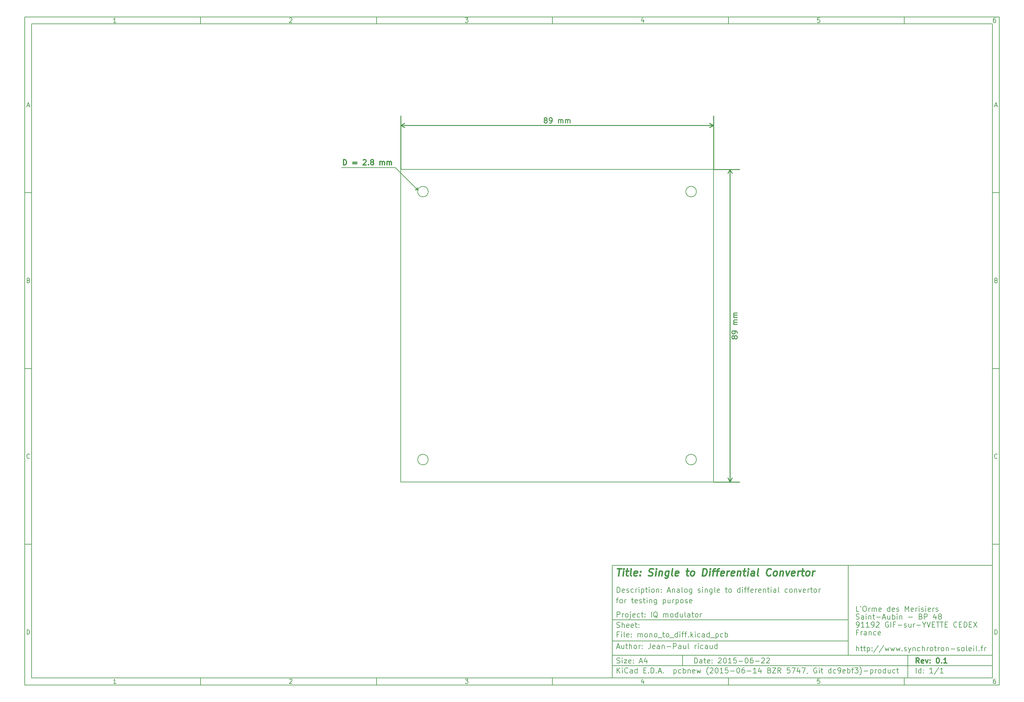
<source format=gbr>
G04 #@! TF.FileFunction,Drawing*
%FSLAX46Y46*%
G04 Gerber Fmt 4.6, Leading zero omitted, Abs format (unit mm)*
G04 Created by KiCad (PCBNEW (2015-06-14 BZR 5747, Git dc9ebf3)-product) date 24/06/2015 09:37:51*
%MOMM*%
G01*
G04 APERTURE LIST*
%ADD10C,0.100000*%
%ADD11C,0.150000*%
%ADD12C,0.300000*%
%ADD13C,0.400000*%
%ADD14C,0.200000*%
%ADD15C,0.254000*%
G04 APERTURE END LIST*
D10*
D11*
X53812200Y-30117200D02*
X53812200Y-62117200D01*
X161812200Y-62117200D01*
X161812200Y-30117200D01*
X53812200Y-30117200D01*
D10*
D11*
X-113190000Y125890000D02*
X-113190000Y-64117200D01*
X163812200Y-64117200D01*
X163812200Y125890000D01*
X-113190000Y125890000D01*
D10*
D11*
X-111190000Y123890000D02*
X-111190000Y-62117200D01*
X161812200Y-62117200D01*
X161812200Y123890000D01*
X-111190000Y123890000D01*
D10*
D11*
X-63190000Y123890000D02*
X-63190000Y125890000D01*
D10*
D11*
X-13190000Y123890000D02*
X-13190000Y125890000D01*
D10*
D11*
X36810000Y123890000D02*
X36810000Y125890000D01*
D10*
D11*
X86810000Y123890000D02*
X86810000Y125890000D01*
D10*
D11*
X136810000Y123890000D02*
X136810000Y125890000D01*
D10*
D11*
X-87199524Y124301905D02*
X-87942381Y124301905D01*
X-87570952Y124301905D02*
X-87570952Y125601905D01*
X-87694762Y125416190D01*
X-87818571Y125292381D01*
X-87942381Y125230476D01*
D10*
D11*
X-37942381Y125478095D02*
X-37880476Y125540000D01*
X-37756667Y125601905D01*
X-37447143Y125601905D01*
X-37323333Y125540000D01*
X-37261429Y125478095D01*
X-37199524Y125354286D01*
X-37199524Y125230476D01*
X-37261429Y125044762D01*
X-38004286Y124301905D01*
X-37199524Y124301905D01*
D10*
D11*
X11995714Y125601905D02*
X12800476Y125601905D01*
X12367143Y125106667D01*
X12552857Y125106667D01*
X12676667Y125044762D01*
X12738571Y124982857D01*
X12800476Y124859048D01*
X12800476Y124549524D01*
X12738571Y124425714D01*
X12676667Y124363810D01*
X12552857Y124301905D01*
X12181429Y124301905D01*
X12057619Y124363810D01*
X11995714Y124425714D01*
D10*
D11*
X62676667Y125168571D02*
X62676667Y124301905D01*
X62367143Y125663810D02*
X62057619Y124735238D01*
X62862381Y124735238D01*
D10*
D11*
X112738571Y125601905D02*
X112119524Y125601905D01*
X112057619Y124982857D01*
X112119524Y125044762D01*
X112243333Y125106667D01*
X112552857Y125106667D01*
X112676667Y125044762D01*
X112738571Y124982857D01*
X112800476Y124859048D01*
X112800476Y124549524D01*
X112738571Y124425714D01*
X112676667Y124363810D01*
X112552857Y124301905D01*
X112243333Y124301905D01*
X112119524Y124363810D01*
X112057619Y124425714D01*
D10*
D11*
X162676667Y125601905D02*
X162429048Y125601905D01*
X162305238Y125540000D01*
X162243333Y125478095D01*
X162119524Y125292381D01*
X162057619Y125044762D01*
X162057619Y124549524D01*
X162119524Y124425714D01*
X162181429Y124363810D01*
X162305238Y124301905D01*
X162552857Y124301905D01*
X162676667Y124363810D01*
X162738571Y124425714D01*
X162800476Y124549524D01*
X162800476Y124859048D01*
X162738571Y124982857D01*
X162676667Y125044762D01*
X162552857Y125106667D01*
X162305238Y125106667D01*
X162181429Y125044762D01*
X162119524Y124982857D01*
X162057619Y124859048D01*
D10*
D11*
X-63190000Y-62117200D02*
X-63190000Y-64117200D01*
D10*
D11*
X-13190000Y-62117200D02*
X-13190000Y-64117200D01*
D10*
D11*
X36810000Y-62117200D02*
X36810000Y-64117200D01*
D10*
D11*
X86810000Y-62117200D02*
X86810000Y-64117200D01*
D10*
D11*
X136810000Y-62117200D02*
X136810000Y-64117200D01*
D10*
D11*
X-87199524Y-63705295D02*
X-87942381Y-63705295D01*
X-87570952Y-63705295D02*
X-87570952Y-62405295D01*
X-87694762Y-62591010D01*
X-87818571Y-62714819D01*
X-87942381Y-62776724D01*
D10*
D11*
X-37942381Y-62529105D02*
X-37880476Y-62467200D01*
X-37756667Y-62405295D01*
X-37447143Y-62405295D01*
X-37323333Y-62467200D01*
X-37261429Y-62529105D01*
X-37199524Y-62652914D01*
X-37199524Y-62776724D01*
X-37261429Y-62962438D01*
X-38004286Y-63705295D01*
X-37199524Y-63705295D01*
D10*
D11*
X11995714Y-62405295D02*
X12800476Y-62405295D01*
X12367143Y-62900533D01*
X12552857Y-62900533D01*
X12676667Y-62962438D01*
X12738571Y-63024343D01*
X12800476Y-63148152D01*
X12800476Y-63457676D01*
X12738571Y-63581486D01*
X12676667Y-63643390D01*
X12552857Y-63705295D01*
X12181429Y-63705295D01*
X12057619Y-63643390D01*
X11995714Y-63581486D01*
D10*
D11*
X62676667Y-62838629D02*
X62676667Y-63705295D01*
X62367143Y-62343390D02*
X62057619Y-63271962D01*
X62862381Y-63271962D01*
D10*
D11*
X112738571Y-62405295D02*
X112119524Y-62405295D01*
X112057619Y-63024343D01*
X112119524Y-62962438D01*
X112243333Y-62900533D01*
X112552857Y-62900533D01*
X112676667Y-62962438D01*
X112738571Y-63024343D01*
X112800476Y-63148152D01*
X112800476Y-63457676D01*
X112738571Y-63581486D01*
X112676667Y-63643390D01*
X112552857Y-63705295D01*
X112243333Y-63705295D01*
X112119524Y-63643390D01*
X112057619Y-63581486D01*
D10*
D11*
X162676667Y-62405295D02*
X162429048Y-62405295D01*
X162305238Y-62467200D01*
X162243333Y-62529105D01*
X162119524Y-62714819D01*
X162057619Y-62962438D01*
X162057619Y-63457676D01*
X162119524Y-63581486D01*
X162181429Y-63643390D01*
X162305238Y-63705295D01*
X162552857Y-63705295D01*
X162676667Y-63643390D01*
X162738571Y-63581486D01*
X162800476Y-63457676D01*
X162800476Y-63148152D01*
X162738571Y-63024343D01*
X162676667Y-62962438D01*
X162552857Y-62900533D01*
X162305238Y-62900533D01*
X162181429Y-62962438D01*
X162119524Y-63024343D01*
X162057619Y-63148152D01*
D10*
D11*
X-113190000Y75890000D02*
X-111190000Y75890000D01*
D10*
D11*
X-113190000Y25890000D02*
X-111190000Y25890000D01*
D10*
D11*
X-113190000Y-24110000D02*
X-111190000Y-24110000D01*
D10*
D11*
X-112499524Y100673333D02*
X-111880476Y100673333D01*
X-112623333Y100301905D02*
X-112190000Y101601905D01*
X-111756667Y100301905D01*
D10*
D11*
X-112097143Y50982857D02*
X-111911429Y50920952D01*
X-111849524Y50859048D01*
X-111787619Y50735238D01*
X-111787619Y50549524D01*
X-111849524Y50425714D01*
X-111911429Y50363810D01*
X-112035238Y50301905D01*
X-112530476Y50301905D01*
X-112530476Y51601905D01*
X-112097143Y51601905D01*
X-111973333Y51540000D01*
X-111911429Y51478095D01*
X-111849524Y51354286D01*
X-111849524Y51230476D01*
X-111911429Y51106667D01*
X-111973333Y51044762D01*
X-112097143Y50982857D01*
X-112530476Y50982857D01*
D10*
D11*
X-111787619Y425714D02*
X-111849524Y363810D01*
X-112035238Y301905D01*
X-112159048Y301905D01*
X-112344762Y363810D01*
X-112468571Y487619D01*
X-112530476Y611429D01*
X-112592381Y859048D01*
X-112592381Y1044762D01*
X-112530476Y1292381D01*
X-112468571Y1416190D01*
X-112344762Y1540000D01*
X-112159048Y1601905D01*
X-112035238Y1601905D01*
X-111849524Y1540000D01*
X-111787619Y1478095D01*
D10*
D11*
X-112530476Y-49698095D02*
X-112530476Y-48398095D01*
X-112220952Y-48398095D01*
X-112035238Y-48460000D01*
X-111911429Y-48583810D01*
X-111849524Y-48707619D01*
X-111787619Y-48955238D01*
X-111787619Y-49140952D01*
X-111849524Y-49388571D01*
X-111911429Y-49512381D01*
X-112035238Y-49636190D01*
X-112220952Y-49698095D01*
X-112530476Y-49698095D01*
D10*
D11*
X163812200Y75890000D02*
X161812200Y75890000D01*
D10*
D11*
X163812200Y25890000D02*
X161812200Y25890000D01*
D10*
D11*
X163812200Y-24110000D02*
X161812200Y-24110000D01*
D10*
D11*
X162502676Y100673333D02*
X163121724Y100673333D01*
X162378867Y100301905D02*
X162812200Y101601905D01*
X163245533Y100301905D01*
D10*
D11*
X162905057Y50982857D02*
X163090771Y50920952D01*
X163152676Y50859048D01*
X163214581Y50735238D01*
X163214581Y50549524D01*
X163152676Y50425714D01*
X163090771Y50363810D01*
X162966962Y50301905D01*
X162471724Y50301905D01*
X162471724Y51601905D01*
X162905057Y51601905D01*
X163028867Y51540000D01*
X163090771Y51478095D01*
X163152676Y51354286D01*
X163152676Y51230476D01*
X163090771Y51106667D01*
X163028867Y51044762D01*
X162905057Y50982857D01*
X162471724Y50982857D01*
D10*
D11*
X163214581Y425714D02*
X163152676Y363810D01*
X162966962Y301905D01*
X162843152Y301905D01*
X162657438Y363810D01*
X162533629Y487619D01*
X162471724Y611429D01*
X162409819Y859048D01*
X162409819Y1044762D01*
X162471724Y1292381D01*
X162533629Y1416190D01*
X162657438Y1540000D01*
X162843152Y1601905D01*
X162966962Y1601905D01*
X163152676Y1540000D01*
X163214581Y1478095D01*
D10*
D11*
X162471724Y-49698095D02*
X162471724Y-48398095D01*
X162781248Y-48398095D01*
X162966962Y-48460000D01*
X163090771Y-48583810D01*
X163152676Y-48707619D01*
X163214581Y-48955238D01*
X163214581Y-49140952D01*
X163152676Y-49388571D01*
X163090771Y-49512381D01*
X162966962Y-49636190D01*
X162781248Y-49698095D01*
X162471724Y-49698095D01*
D10*
D11*
X77169343Y-57895771D02*
X77169343Y-56395771D01*
X77526486Y-56395771D01*
X77740771Y-56467200D01*
X77883629Y-56610057D01*
X77955057Y-56752914D01*
X78026486Y-57038629D01*
X78026486Y-57252914D01*
X77955057Y-57538629D01*
X77883629Y-57681486D01*
X77740771Y-57824343D01*
X77526486Y-57895771D01*
X77169343Y-57895771D01*
X79312200Y-57895771D02*
X79312200Y-57110057D01*
X79240771Y-56967200D01*
X79097914Y-56895771D01*
X78812200Y-56895771D01*
X78669343Y-56967200D01*
X79312200Y-57824343D02*
X79169343Y-57895771D01*
X78812200Y-57895771D01*
X78669343Y-57824343D01*
X78597914Y-57681486D01*
X78597914Y-57538629D01*
X78669343Y-57395771D01*
X78812200Y-57324343D01*
X79169343Y-57324343D01*
X79312200Y-57252914D01*
X79812200Y-56895771D02*
X80383629Y-56895771D01*
X80026486Y-56395771D02*
X80026486Y-57681486D01*
X80097914Y-57824343D01*
X80240772Y-57895771D01*
X80383629Y-57895771D01*
X81455057Y-57824343D02*
X81312200Y-57895771D01*
X81026486Y-57895771D01*
X80883629Y-57824343D01*
X80812200Y-57681486D01*
X80812200Y-57110057D01*
X80883629Y-56967200D01*
X81026486Y-56895771D01*
X81312200Y-56895771D01*
X81455057Y-56967200D01*
X81526486Y-57110057D01*
X81526486Y-57252914D01*
X80812200Y-57395771D01*
X82169343Y-57752914D02*
X82240771Y-57824343D01*
X82169343Y-57895771D01*
X82097914Y-57824343D01*
X82169343Y-57752914D01*
X82169343Y-57895771D01*
X82169343Y-56967200D02*
X82240771Y-57038629D01*
X82169343Y-57110057D01*
X82097914Y-57038629D01*
X82169343Y-56967200D01*
X82169343Y-57110057D01*
X83955057Y-56538629D02*
X84026486Y-56467200D01*
X84169343Y-56395771D01*
X84526486Y-56395771D01*
X84669343Y-56467200D01*
X84740772Y-56538629D01*
X84812200Y-56681486D01*
X84812200Y-56824343D01*
X84740772Y-57038629D01*
X83883629Y-57895771D01*
X84812200Y-57895771D01*
X85740771Y-56395771D02*
X85883628Y-56395771D01*
X86026485Y-56467200D01*
X86097914Y-56538629D01*
X86169343Y-56681486D01*
X86240771Y-56967200D01*
X86240771Y-57324343D01*
X86169343Y-57610057D01*
X86097914Y-57752914D01*
X86026485Y-57824343D01*
X85883628Y-57895771D01*
X85740771Y-57895771D01*
X85597914Y-57824343D01*
X85526485Y-57752914D01*
X85455057Y-57610057D01*
X85383628Y-57324343D01*
X85383628Y-56967200D01*
X85455057Y-56681486D01*
X85526485Y-56538629D01*
X85597914Y-56467200D01*
X85740771Y-56395771D01*
X87669342Y-57895771D02*
X86812199Y-57895771D01*
X87240771Y-57895771D02*
X87240771Y-56395771D01*
X87097914Y-56610057D01*
X86955056Y-56752914D01*
X86812199Y-56824343D01*
X89026485Y-56395771D02*
X88312199Y-56395771D01*
X88240770Y-57110057D01*
X88312199Y-57038629D01*
X88455056Y-56967200D01*
X88812199Y-56967200D01*
X88955056Y-57038629D01*
X89026485Y-57110057D01*
X89097913Y-57252914D01*
X89097913Y-57610057D01*
X89026485Y-57752914D01*
X88955056Y-57824343D01*
X88812199Y-57895771D01*
X88455056Y-57895771D01*
X88312199Y-57824343D01*
X88240770Y-57752914D01*
X89740770Y-57324343D02*
X90883627Y-57324343D01*
X91883627Y-56395771D02*
X92026484Y-56395771D01*
X92169341Y-56467200D01*
X92240770Y-56538629D01*
X92312199Y-56681486D01*
X92383627Y-56967200D01*
X92383627Y-57324343D01*
X92312199Y-57610057D01*
X92240770Y-57752914D01*
X92169341Y-57824343D01*
X92026484Y-57895771D01*
X91883627Y-57895771D01*
X91740770Y-57824343D01*
X91669341Y-57752914D01*
X91597913Y-57610057D01*
X91526484Y-57324343D01*
X91526484Y-56967200D01*
X91597913Y-56681486D01*
X91669341Y-56538629D01*
X91740770Y-56467200D01*
X91883627Y-56395771D01*
X93669341Y-56395771D02*
X93383627Y-56395771D01*
X93240770Y-56467200D01*
X93169341Y-56538629D01*
X93026484Y-56752914D01*
X92955055Y-57038629D01*
X92955055Y-57610057D01*
X93026484Y-57752914D01*
X93097912Y-57824343D01*
X93240770Y-57895771D01*
X93526484Y-57895771D01*
X93669341Y-57824343D01*
X93740770Y-57752914D01*
X93812198Y-57610057D01*
X93812198Y-57252914D01*
X93740770Y-57110057D01*
X93669341Y-57038629D01*
X93526484Y-56967200D01*
X93240770Y-56967200D01*
X93097912Y-57038629D01*
X93026484Y-57110057D01*
X92955055Y-57252914D01*
X94455055Y-57324343D02*
X95597912Y-57324343D01*
X96240769Y-56538629D02*
X96312198Y-56467200D01*
X96455055Y-56395771D01*
X96812198Y-56395771D01*
X96955055Y-56467200D01*
X97026484Y-56538629D01*
X97097912Y-56681486D01*
X97097912Y-56824343D01*
X97026484Y-57038629D01*
X96169341Y-57895771D01*
X97097912Y-57895771D01*
X97669340Y-56538629D02*
X97740769Y-56467200D01*
X97883626Y-56395771D01*
X98240769Y-56395771D01*
X98383626Y-56467200D01*
X98455055Y-56538629D01*
X98526483Y-56681486D01*
X98526483Y-56824343D01*
X98455055Y-57038629D01*
X97597912Y-57895771D01*
X98526483Y-57895771D01*
D10*
D11*
X53812200Y-58617200D02*
X161812200Y-58617200D01*
D10*
D11*
X55169343Y-60695771D02*
X55169343Y-59195771D01*
X56026486Y-60695771D02*
X55383629Y-59838629D01*
X56026486Y-59195771D02*
X55169343Y-60052914D01*
X56669343Y-60695771D02*
X56669343Y-59695771D01*
X56669343Y-59195771D02*
X56597914Y-59267200D01*
X56669343Y-59338629D01*
X56740771Y-59267200D01*
X56669343Y-59195771D01*
X56669343Y-59338629D01*
X58240772Y-60552914D02*
X58169343Y-60624343D01*
X57955057Y-60695771D01*
X57812200Y-60695771D01*
X57597915Y-60624343D01*
X57455057Y-60481486D01*
X57383629Y-60338629D01*
X57312200Y-60052914D01*
X57312200Y-59838629D01*
X57383629Y-59552914D01*
X57455057Y-59410057D01*
X57597915Y-59267200D01*
X57812200Y-59195771D01*
X57955057Y-59195771D01*
X58169343Y-59267200D01*
X58240772Y-59338629D01*
X59526486Y-60695771D02*
X59526486Y-59910057D01*
X59455057Y-59767200D01*
X59312200Y-59695771D01*
X59026486Y-59695771D01*
X58883629Y-59767200D01*
X59526486Y-60624343D02*
X59383629Y-60695771D01*
X59026486Y-60695771D01*
X58883629Y-60624343D01*
X58812200Y-60481486D01*
X58812200Y-60338629D01*
X58883629Y-60195771D01*
X59026486Y-60124343D01*
X59383629Y-60124343D01*
X59526486Y-60052914D01*
X60883629Y-60695771D02*
X60883629Y-59195771D01*
X60883629Y-60624343D02*
X60740772Y-60695771D01*
X60455058Y-60695771D01*
X60312200Y-60624343D01*
X60240772Y-60552914D01*
X60169343Y-60410057D01*
X60169343Y-59981486D01*
X60240772Y-59838629D01*
X60312200Y-59767200D01*
X60455058Y-59695771D01*
X60740772Y-59695771D01*
X60883629Y-59767200D01*
X62740772Y-59910057D02*
X63240772Y-59910057D01*
X63455058Y-60695771D02*
X62740772Y-60695771D01*
X62740772Y-59195771D01*
X63455058Y-59195771D01*
X64097915Y-60552914D02*
X64169343Y-60624343D01*
X64097915Y-60695771D01*
X64026486Y-60624343D01*
X64097915Y-60552914D01*
X64097915Y-60695771D01*
X64812201Y-60695771D02*
X64812201Y-59195771D01*
X65169344Y-59195771D01*
X65383629Y-59267200D01*
X65526487Y-59410057D01*
X65597915Y-59552914D01*
X65669344Y-59838629D01*
X65669344Y-60052914D01*
X65597915Y-60338629D01*
X65526487Y-60481486D01*
X65383629Y-60624343D01*
X65169344Y-60695771D01*
X64812201Y-60695771D01*
X66312201Y-60552914D02*
X66383629Y-60624343D01*
X66312201Y-60695771D01*
X66240772Y-60624343D01*
X66312201Y-60552914D01*
X66312201Y-60695771D01*
X66955058Y-60267200D02*
X67669344Y-60267200D01*
X66812201Y-60695771D02*
X67312201Y-59195771D01*
X67812201Y-60695771D01*
X68312201Y-60552914D02*
X68383629Y-60624343D01*
X68312201Y-60695771D01*
X68240772Y-60624343D01*
X68312201Y-60552914D01*
X68312201Y-60695771D01*
X71312201Y-59695771D02*
X71312201Y-61195771D01*
X71312201Y-59767200D02*
X71455058Y-59695771D01*
X71740772Y-59695771D01*
X71883629Y-59767200D01*
X71955058Y-59838629D01*
X72026487Y-59981486D01*
X72026487Y-60410057D01*
X71955058Y-60552914D01*
X71883629Y-60624343D01*
X71740772Y-60695771D01*
X71455058Y-60695771D01*
X71312201Y-60624343D01*
X73312201Y-60624343D02*
X73169344Y-60695771D01*
X72883630Y-60695771D01*
X72740772Y-60624343D01*
X72669344Y-60552914D01*
X72597915Y-60410057D01*
X72597915Y-59981486D01*
X72669344Y-59838629D01*
X72740772Y-59767200D01*
X72883630Y-59695771D01*
X73169344Y-59695771D01*
X73312201Y-59767200D01*
X73955058Y-60695771D02*
X73955058Y-59195771D01*
X73955058Y-59767200D02*
X74097915Y-59695771D01*
X74383629Y-59695771D01*
X74526486Y-59767200D01*
X74597915Y-59838629D01*
X74669344Y-59981486D01*
X74669344Y-60410057D01*
X74597915Y-60552914D01*
X74526486Y-60624343D01*
X74383629Y-60695771D01*
X74097915Y-60695771D01*
X73955058Y-60624343D01*
X75312201Y-59695771D02*
X75312201Y-60695771D01*
X75312201Y-59838629D02*
X75383629Y-59767200D01*
X75526487Y-59695771D01*
X75740772Y-59695771D01*
X75883629Y-59767200D01*
X75955058Y-59910057D01*
X75955058Y-60695771D01*
X77240772Y-60624343D02*
X77097915Y-60695771D01*
X76812201Y-60695771D01*
X76669344Y-60624343D01*
X76597915Y-60481486D01*
X76597915Y-59910057D01*
X76669344Y-59767200D01*
X76812201Y-59695771D01*
X77097915Y-59695771D01*
X77240772Y-59767200D01*
X77312201Y-59910057D01*
X77312201Y-60052914D01*
X76597915Y-60195771D01*
X77812201Y-59695771D02*
X78097915Y-60695771D01*
X78383629Y-59981486D01*
X78669344Y-60695771D01*
X78955058Y-59695771D01*
X81097915Y-61267200D02*
X81026487Y-61195771D01*
X80883630Y-60981486D01*
X80812201Y-60838629D01*
X80740772Y-60624343D01*
X80669344Y-60267200D01*
X80669344Y-59981486D01*
X80740772Y-59624343D01*
X80812201Y-59410057D01*
X80883630Y-59267200D01*
X81026487Y-59052914D01*
X81097915Y-58981486D01*
X81597915Y-59338629D02*
X81669344Y-59267200D01*
X81812201Y-59195771D01*
X82169344Y-59195771D01*
X82312201Y-59267200D01*
X82383630Y-59338629D01*
X82455058Y-59481486D01*
X82455058Y-59624343D01*
X82383630Y-59838629D01*
X81526487Y-60695771D01*
X82455058Y-60695771D01*
X83383629Y-59195771D02*
X83526486Y-59195771D01*
X83669343Y-59267200D01*
X83740772Y-59338629D01*
X83812201Y-59481486D01*
X83883629Y-59767200D01*
X83883629Y-60124343D01*
X83812201Y-60410057D01*
X83740772Y-60552914D01*
X83669343Y-60624343D01*
X83526486Y-60695771D01*
X83383629Y-60695771D01*
X83240772Y-60624343D01*
X83169343Y-60552914D01*
X83097915Y-60410057D01*
X83026486Y-60124343D01*
X83026486Y-59767200D01*
X83097915Y-59481486D01*
X83169343Y-59338629D01*
X83240772Y-59267200D01*
X83383629Y-59195771D01*
X85312200Y-60695771D02*
X84455057Y-60695771D01*
X84883629Y-60695771D02*
X84883629Y-59195771D01*
X84740772Y-59410057D01*
X84597914Y-59552914D01*
X84455057Y-59624343D01*
X86669343Y-59195771D02*
X85955057Y-59195771D01*
X85883628Y-59910057D01*
X85955057Y-59838629D01*
X86097914Y-59767200D01*
X86455057Y-59767200D01*
X86597914Y-59838629D01*
X86669343Y-59910057D01*
X86740771Y-60052914D01*
X86740771Y-60410057D01*
X86669343Y-60552914D01*
X86597914Y-60624343D01*
X86455057Y-60695771D01*
X86097914Y-60695771D01*
X85955057Y-60624343D01*
X85883628Y-60552914D01*
X87383628Y-60124343D02*
X88526485Y-60124343D01*
X89526485Y-59195771D02*
X89669342Y-59195771D01*
X89812199Y-59267200D01*
X89883628Y-59338629D01*
X89955057Y-59481486D01*
X90026485Y-59767200D01*
X90026485Y-60124343D01*
X89955057Y-60410057D01*
X89883628Y-60552914D01*
X89812199Y-60624343D01*
X89669342Y-60695771D01*
X89526485Y-60695771D01*
X89383628Y-60624343D01*
X89312199Y-60552914D01*
X89240771Y-60410057D01*
X89169342Y-60124343D01*
X89169342Y-59767200D01*
X89240771Y-59481486D01*
X89312199Y-59338629D01*
X89383628Y-59267200D01*
X89526485Y-59195771D01*
X91312199Y-59195771D02*
X91026485Y-59195771D01*
X90883628Y-59267200D01*
X90812199Y-59338629D01*
X90669342Y-59552914D01*
X90597913Y-59838629D01*
X90597913Y-60410057D01*
X90669342Y-60552914D01*
X90740770Y-60624343D01*
X90883628Y-60695771D01*
X91169342Y-60695771D01*
X91312199Y-60624343D01*
X91383628Y-60552914D01*
X91455056Y-60410057D01*
X91455056Y-60052914D01*
X91383628Y-59910057D01*
X91312199Y-59838629D01*
X91169342Y-59767200D01*
X90883628Y-59767200D01*
X90740770Y-59838629D01*
X90669342Y-59910057D01*
X90597913Y-60052914D01*
X92097913Y-60124343D02*
X93240770Y-60124343D01*
X94740770Y-60695771D02*
X93883627Y-60695771D01*
X94312199Y-60695771D02*
X94312199Y-59195771D01*
X94169342Y-59410057D01*
X94026484Y-59552914D01*
X93883627Y-59624343D01*
X96026484Y-59695771D02*
X96026484Y-60695771D01*
X95669341Y-59124343D02*
X95312198Y-60195771D01*
X96240770Y-60195771D01*
X98455055Y-59910057D02*
X98669341Y-59981486D01*
X98740769Y-60052914D01*
X98812198Y-60195771D01*
X98812198Y-60410057D01*
X98740769Y-60552914D01*
X98669341Y-60624343D01*
X98526483Y-60695771D01*
X97955055Y-60695771D01*
X97955055Y-59195771D01*
X98455055Y-59195771D01*
X98597912Y-59267200D01*
X98669341Y-59338629D01*
X98740769Y-59481486D01*
X98740769Y-59624343D01*
X98669341Y-59767200D01*
X98597912Y-59838629D01*
X98455055Y-59910057D01*
X97955055Y-59910057D01*
X99312198Y-59195771D02*
X100312198Y-59195771D01*
X99312198Y-60695771D01*
X100312198Y-60695771D01*
X101740769Y-60695771D02*
X101240769Y-59981486D01*
X100883626Y-60695771D02*
X100883626Y-59195771D01*
X101455054Y-59195771D01*
X101597912Y-59267200D01*
X101669340Y-59338629D01*
X101740769Y-59481486D01*
X101740769Y-59695771D01*
X101669340Y-59838629D01*
X101597912Y-59910057D01*
X101455054Y-59981486D01*
X100883626Y-59981486D01*
X104240769Y-59195771D02*
X103526483Y-59195771D01*
X103455054Y-59910057D01*
X103526483Y-59838629D01*
X103669340Y-59767200D01*
X104026483Y-59767200D01*
X104169340Y-59838629D01*
X104240769Y-59910057D01*
X104312197Y-60052914D01*
X104312197Y-60410057D01*
X104240769Y-60552914D01*
X104169340Y-60624343D01*
X104026483Y-60695771D01*
X103669340Y-60695771D01*
X103526483Y-60624343D01*
X103455054Y-60552914D01*
X104812197Y-59195771D02*
X105812197Y-59195771D01*
X105169340Y-60695771D01*
X107026482Y-59695771D02*
X107026482Y-60695771D01*
X106669339Y-59124343D02*
X106312196Y-60195771D01*
X107240768Y-60195771D01*
X107669339Y-59195771D02*
X108669339Y-59195771D01*
X108026482Y-60695771D01*
X109312195Y-60624343D02*
X109312195Y-60695771D01*
X109240767Y-60838629D01*
X109169338Y-60910057D01*
X111883624Y-59267200D02*
X111740767Y-59195771D01*
X111526481Y-59195771D01*
X111312196Y-59267200D01*
X111169338Y-59410057D01*
X111097910Y-59552914D01*
X111026481Y-59838629D01*
X111026481Y-60052914D01*
X111097910Y-60338629D01*
X111169338Y-60481486D01*
X111312196Y-60624343D01*
X111526481Y-60695771D01*
X111669338Y-60695771D01*
X111883624Y-60624343D01*
X111955053Y-60552914D01*
X111955053Y-60052914D01*
X111669338Y-60052914D01*
X112597910Y-60695771D02*
X112597910Y-59695771D01*
X112597910Y-59195771D02*
X112526481Y-59267200D01*
X112597910Y-59338629D01*
X112669338Y-59267200D01*
X112597910Y-59195771D01*
X112597910Y-59338629D01*
X113097910Y-59695771D02*
X113669339Y-59695771D01*
X113312196Y-59195771D02*
X113312196Y-60481486D01*
X113383624Y-60624343D01*
X113526482Y-60695771D01*
X113669339Y-60695771D01*
X115955053Y-60695771D02*
X115955053Y-59195771D01*
X115955053Y-60624343D02*
X115812196Y-60695771D01*
X115526482Y-60695771D01*
X115383624Y-60624343D01*
X115312196Y-60552914D01*
X115240767Y-60410057D01*
X115240767Y-59981486D01*
X115312196Y-59838629D01*
X115383624Y-59767200D01*
X115526482Y-59695771D01*
X115812196Y-59695771D01*
X115955053Y-59767200D01*
X117312196Y-60624343D02*
X117169339Y-60695771D01*
X116883625Y-60695771D01*
X116740767Y-60624343D01*
X116669339Y-60552914D01*
X116597910Y-60410057D01*
X116597910Y-59981486D01*
X116669339Y-59838629D01*
X116740767Y-59767200D01*
X116883625Y-59695771D01*
X117169339Y-59695771D01*
X117312196Y-59767200D01*
X118026481Y-60695771D02*
X118312196Y-60695771D01*
X118455053Y-60624343D01*
X118526481Y-60552914D01*
X118669339Y-60338629D01*
X118740767Y-60052914D01*
X118740767Y-59481486D01*
X118669339Y-59338629D01*
X118597910Y-59267200D01*
X118455053Y-59195771D01*
X118169339Y-59195771D01*
X118026481Y-59267200D01*
X117955053Y-59338629D01*
X117883624Y-59481486D01*
X117883624Y-59838629D01*
X117955053Y-59981486D01*
X118026481Y-60052914D01*
X118169339Y-60124343D01*
X118455053Y-60124343D01*
X118597910Y-60052914D01*
X118669339Y-59981486D01*
X118740767Y-59838629D01*
X119955052Y-60624343D02*
X119812195Y-60695771D01*
X119526481Y-60695771D01*
X119383624Y-60624343D01*
X119312195Y-60481486D01*
X119312195Y-59910057D01*
X119383624Y-59767200D01*
X119526481Y-59695771D01*
X119812195Y-59695771D01*
X119955052Y-59767200D01*
X120026481Y-59910057D01*
X120026481Y-60052914D01*
X119312195Y-60195771D01*
X120669338Y-60695771D02*
X120669338Y-59195771D01*
X120669338Y-59767200D02*
X120812195Y-59695771D01*
X121097909Y-59695771D01*
X121240766Y-59767200D01*
X121312195Y-59838629D01*
X121383624Y-59981486D01*
X121383624Y-60410057D01*
X121312195Y-60552914D01*
X121240766Y-60624343D01*
X121097909Y-60695771D01*
X120812195Y-60695771D01*
X120669338Y-60624343D01*
X121812195Y-59695771D02*
X122383624Y-59695771D01*
X122026481Y-60695771D02*
X122026481Y-59410057D01*
X122097909Y-59267200D01*
X122240767Y-59195771D01*
X122383624Y-59195771D01*
X122740767Y-59195771D02*
X123669338Y-59195771D01*
X123169338Y-59767200D01*
X123383624Y-59767200D01*
X123526481Y-59838629D01*
X123597910Y-59910057D01*
X123669338Y-60052914D01*
X123669338Y-60410057D01*
X123597910Y-60552914D01*
X123526481Y-60624343D01*
X123383624Y-60695771D01*
X122955052Y-60695771D01*
X122812195Y-60624343D01*
X122740767Y-60552914D01*
X124169338Y-61267200D02*
X124240766Y-61195771D01*
X124383623Y-60981486D01*
X124455052Y-60838629D01*
X124526481Y-60624343D01*
X124597909Y-60267200D01*
X124597909Y-59981486D01*
X124526481Y-59624343D01*
X124455052Y-59410057D01*
X124383623Y-59267200D01*
X124240766Y-59052914D01*
X124169338Y-58981486D01*
X125312195Y-60124343D02*
X126455052Y-60124343D01*
X127169338Y-59695771D02*
X127169338Y-61195771D01*
X127169338Y-59767200D02*
X127312195Y-59695771D01*
X127597909Y-59695771D01*
X127740766Y-59767200D01*
X127812195Y-59838629D01*
X127883624Y-59981486D01*
X127883624Y-60410057D01*
X127812195Y-60552914D01*
X127740766Y-60624343D01*
X127597909Y-60695771D01*
X127312195Y-60695771D01*
X127169338Y-60624343D01*
X128526481Y-60695771D02*
X128526481Y-59695771D01*
X128526481Y-59981486D02*
X128597909Y-59838629D01*
X128669338Y-59767200D01*
X128812195Y-59695771D01*
X128955052Y-59695771D01*
X129669338Y-60695771D02*
X129526480Y-60624343D01*
X129455052Y-60552914D01*
X129383623Y-60410057D01*
X129383623Y-59981486D01*
X129455052Y-59838629D01*
X129526480Y-59767200D01*
X129669338Y-59695771D01*
X129883623Y-59695771D01*
X130026480Y-59767200D01*
X130097909Y-59838629D01*
X130169338Y-59981486D01*
X130169338Y-60410057D01*
X130097909Y-60552914D01*
X130026480Y-60624343D01*
X129883623Y-60695771D01*
X129669338Y-60695771D01*
X131455052Y-60695771D02*
X131455052Y-59195771D01*
X131455052Y-60624343D02*
X131312195Y-60695771D01*
X131026481Y-60695771D01*
X130883623Y-60624343D01*
X130812195Y-60552914D01*
X130740766Y-60410057D01*
X130740766Y-59981486D01*
X130812195Y-59838629D01*
X130883623Y-59767200D01*
X131026481Y-59695771D01*
X131312195Y-59695771D01*
X131455052Y-59767200D01*
X132812195Y-59695771D02*
X132812195Y-60695771D01*
X132169338Y-59695771D02*
X132169338Y-60481486D01*
X132240766Y-60624343D01*
X132383624Y-60695771D01*
X132597909Y-60695771D01*
X132740766Y-60624343D01*
X132812195Y-60552914D01*
X134169338Y-60624343D02*
X134026481Y-60695771D01*
X133740767Y-60695771D01*
X133597909Y-60624343D01*
X133526481Y-60552914D01*
X133455052Y-60410057D01*
X133455052Y-59981486D01*
X133526481Y-59838629D01*
X133597909Y-59767200D01*
X133740767Y-59695771D01*
X134026481Y-59695771D01*
X134169338Y-59767200D01*
X134597909Y-59695771D02*
X135169338Y-59695771D01*
X134812195Y-59195771D02*
X134812195Y-60481486D01*
X134883623Y-60624343D01*
X135026481Y-60695771D01*
X135169338Y-60695771D01*
D10*
D11*
X53812200Y-55617200D02*
X161812200Y-55617200D01*
D10*
D12*
X141026486Y-57895771D02*
X140526486Y-57181486D01*
X140169343Y-57895771D02*
X140169343Y-56395771D01*
X140740771Y-56395771D01*
X140883629Y-56467200D01*
X140955057Y-56538629D01*
X141026486Y-56681486D01*
X141026486Y-56895771D01*
X140955057Y-57038629D01*
X140883629Y-57110057D01*
X140740771Y-57181486D01*
X140169343Y-57181486D01*
X142240771Y-57824343D02*
X142097914Y-57895771D01*
X141812200Y-57895771D01*
X141669343Y-57824343D01*
X141597914Y-57681486D01*
X141597914Y-57110057D01*
X141669343Y-56967200D01*
X141812200Y-56895771D01*
X142097914Y-56895771D01*
X142240771Y-56967200D01*
X142312200Y-57110057D01*
X142312200Y-57252914D01*
X141597914Y-57395771D01*
X142812200Y-56895771D02*
X143169343Y-57895771D01*
X143526485Y-56895771D01*
X144097914Y-57752914D02*
X144169342Y-57824343D01*
X144097914Y-57895771D01*
X144026485Y-57824343D01*
X144097914Y-57752914D01*
X144097914Y-57895771D01*
X144097914Y-56967200D02*
X144169342Y-57038629D01*
X144097914Y-57110057D01*
X144026485Y-57038629D01*
X144097914Y-56967200D01*
X144097914Y-57110057D01*
X146240771Y-56395771D02*
X146383628Y-56395771D01*
X146526485Y-56467200D01*
X146597914Y-56538629D01*
X146669343Y-56681486D01*
X146740771Y-56967200D01*
X146740771Y-57324343D01*
X146669343Y-57610057D01*
X146597914Y-57752914D01*
X146526485Y-57824343D01*
X146383628Y-57895771D01*
X146240771Y-57895771D01*
X146097914Y-57824343D01*
X146026485Y-57752914D01*
X145955057Y-57610057D01*
X145883628Y-57324343D01*
X145883628Y-56967200D01*
X145955057Y-56681486D01*
X146026485Y-56538629D01*
X146097914Y-56467200D01*
X146240771Y-56395771D01*
X147383628Y-57752914D02*
X147455056Y-57824343D01*
X147383628Y-57895771D01*
X147312199Y-57824343D01*
X147383628Y-57752914D01*
X147383628Y-57895771D01*
X148883628Y-57895771D02*
X148026485Y-57895771D01*
X148455057Y-57895771D02*
X148455057Y-56395771D01*
X148312200Y-56610057D01*
X148169342Y-56752914D01*
X148026485Y-56824343D01*
D10*
D11*
X55097914Y-57824343D02*
X55312200Y-57895771D01*
X55669343Y-57895771D01*
X55812200Y-57824343D01*
X55883629Y-57752914D01*
X55955057Y-57610057D01*
X55955057Y-57467200D01*
X55883629Y-57324343D01*
X55812200Y-57252914D01*
X55669343Y-57181486D01*
X55383629Y-57110057D01*
X55240771Y-57038629D01*
X55169343Y-56967200D01*
X55097914Y-56824343D01*
X55097914Y-56681486D01*
X55169343Y-56538629D01*
X55240771Y-56467200D01*
X55383629Y-56395771D01*
X55740771Y-56395771D01*
X55955057Y-56467200D01*
X56597914Y-57895771D02*
X56597914Y-56895771D01*
X56597914Y-56395771D02*
X56526485Y-56467200D01*
X56597914Y-56538629D01*
X56669342Y-56467200D01*
X56597914Y-56395771D01*
X56597914Y-56538629D01*
X57169343Y-56895771D02*
X57955057Y-56895771D01*
X57169343Y-57895771D01*
X57955057Y-57895771D01*
X59097914Y-57824343D02*
X58955057Y-57895771D01*
X58669343Y-57895771D01*
X58526486Y-57824343D01*
X58455057Y-57681486D01*
X58455057Y-57110057D01*
X58526486Y-56967200D01*
X58669343Y-56895771D01*
X58955057Y-56895771D01*
X59097914Y-56967200D01*
X59169343Y-57110057D01*
X59169343Y-57252914D01*
X58455057Y-57395771D01*
X59812200Y-57752914D02*
X59883628Y-57824343D01*
X59812200Y-57895771D01*
X59740771Y-57824343D01*
X59812200Y-57752914D01*
X59812200Y-57895771D01*
X59812200Y-56967200D02*
X59883628Y-57038629D01*
X59812200Y-57110057D01*
X59740771Y-57038629D01*
X59812200Y-56967200D01*
X59812200Y-57110057D01*
X61597914Y-57467200D02*
X62312200Y-57467200D01*
X61455057Y-57895771D02*
X61955057Y-56395771D01*
X62455057Y-57895771D01*
X63597914Y-56895771D02*
X63597914Y-57895771D01*
X63240771Y-56324343D02*
X62883628Y-57395771D01*
X63812200Y-57395771D01*
D10*
D11*
X140169343Y-60695771D02*
X140169343Y-59195771D01*
X141526486Y-60695771D02*
X141526486Y-59195771D01*
X141526486Y-60624343D02*
X141383629Y-60695771D01*
X141097915Y-60695771D01*
X140955057Y-60624343D01*
X140883629Y-60552914D01*
X140812200Y-60410057D01*
X140812200Y-59981486D01*
X140883629Y-59838629D01*
X140955057Y-59767200D01*
X141097915Y-59695771D01*
X141383629Y-59695771D01*
X141526486Y-59767200D01*
X142240772Y-60552914D02*
X142312200Y-60624343D01*
X142240772Y-60695771D01*
X142169343Y-60624343D01*
X142240772Y-60552914D01*
X142240772Y-60695771D01*
X142240772Y-59767200D02*
X142312200Y-59838629D01*
X142240772Y-59910057D01*
X142169343Y-59838629D01*
X142240772Y-59767200D01*
X142240772Y-59910057D01*
X144883629Y-60695771D02*
X144026486Y-60695771D01*
X144455058Y-60695771D02*
X144455058Y-59195771D01*
X144312201Y-59410057D01*
X144169343Y-59552914D01*
X144026486Y-59624343D01*
X146597914Y-59124343D02*
X145312200Y-61052914D01*
X147883629Y-60695771D02*
X147026486Y-60695771D01*
X147455058Y-60695771D02*
X147455058Y-59195771D01*
X147312201Y-59410057D01*
X147169343Y-59552914D01*
X147026486Y-59624343D01*
D10*
D11*
X163812200Y-64117200D02*
X163812200Y-64117200D01*
D10*
D11*
X53812200Y-51617200D02*
X120812200Y-51617200D01*
D10*
D13*
X55264581Y-31021962D02*
X56407438Y-31021962D01*
X55586010Y-33021962D02*
X55836010Y-31021962D01*
X56824105Y-33021962D02*
X56990771Y-31688629D01*
X57074105Y-31021962D02*
X56966962Y-31117200D01*
X57050295Y-31212438D01*
X57157439Y-31117200D01*
X57074105Y-31021962D01*
X57050295Y-31212438D01*
X57657438Y-31688629D02*
X58419343Y-31688629D01*
X58026486Y-31021962D02*
X57812200Y-32736248D01*
X57883630Y-32926724D01*
X58062201Y-33021962D01*
X58252677Y-33021962D01*
X59205058Y-33021962D02*
X59026487Y-32926724D01*
X58955057Y-32736248D01*
X59169343Y-31021962D01*
X60740772Y-32926724D02*
X60538391Y-33021962D01*
X60157439Y-33021962D01*
X59978867Y-32926724D01*
X59907438Y-32736248D01*
X60002676Y-31974343D01*
X60121724Y-31783867D01*
X60324105Y-31688629D01*
X60705057Y-31688629D01*
X60883629Y-31783867D01*
X60955057Y-31974343D01*
X60931248Y-32164819D01*
X59955057Y-32355295D01*
X61705057Y-32831486D02*
X61788392Y-32926724D01*
X61681248Y-33021962D01*
X61597915Y-32926724D01*
X61705057Y-32831486D01*
X61681248Y-33021962D01*
X61836010Y-31783867D02*
X61919344Y-31879105D01*
X61812200Y-31974343D01*
X61728867Y-31879105D01*
X61836010Y-31783867D01*
X61812200Y-31974343D01*
X64074106Y-32926724D02*
X64347916Y-33021962D01*
X64824106Y-33021962D01*
X65026487Y-32926724D01*
X65133629Y-32831486D01*
X65252678Y-32641010D01*
X65276487Y-32450533D01*
X65205058Y-32260057D01*
X65121725Y-32164819D01*
X64943153Y-32069581D01*
X64574106Y-31974343D01*
X64395535Y-31879105D01*
X64312201Y-31783867D01*
X64240772Y-31593390D01*
X64264582Y-31402914D01*
X64383629Y-31212438D01*
X64490773Y-31117200D01*
X64693154Y-31021962D01*
X65169344Y-31021962D01*
X65443154Y-31117200D01*
X66062201Y-33021962D02*
X66228867Y-31688629D01*
X66312201Y-31021962D02*
X66205058Y-31117200D01*
X66288391Y-31212438D01*
X66395535Y-31117200D01*
X66312201Y-31021962D01*
X66288391Y-31212438D01*
X67181248Y-31688629D02*
X67014582Y-33021962D01*
X67157439Y-31879105D02*
X67264583Y-31783867D01*
X67466963Y-31688629D01*
X67752677Y-31688629D01*
X67931249Y-31783867D01*
X68002677Y-31974343D01*
X67871725Y-33021962D01*
X69847915Y-31688629D02*
X69645534Y-33307676D01*
X69526487Y-33498152D01*
X69419344Y-33593390D01*
X69216963Y-33688629D01*
X68931249Y-33688629D01*
X68752677Y-33593390D01*
X69693154Y-32926724D02*
X69490773Y-33021962D01*
X69109821Y-33021962D01*
X68931250Y-32926724D01*
X68847915Y-32831486D01*
X68776487Y-32641010D01*
X68847915Y-32069581D01*
X68966963Y-31879105D01*
X69074107Y-31783867D01*
X69276487Y-31688629D01*
X69657439Y-31688629D01*
X69836011Y-31783867D01*
X70919345Y-33021962D02*
X70740774Y-32926724D01*
X70669344Y-32736248D01*
X70883630Y-31021962D01*
X72455059Y-32926724D02*
X72252678Y-33021962D01*
X71871726Y-33021962D01*
X71693154Y-32926724D01*
X71621725Y-32736248D01*
X71716963Y-31974343D01*
X71836011Y-31783867D01*
X72038392Y-31688629D01*
X72419344Y-31688629D01*
X72597916Y-31783867D01*
X72669344Y-31974343D01*
X72645535Y-32164819D01*
X71669344Y-32355295D01*
X74800297Y-31688629D02*
X75562202Y-31688629D01*
X75169345Y-31021962D02*
X74955059Y-32736248D01*
X75026489Y-32926724D01*
X75205060Y-33021962D01*
X75395536Y-33021962D01*
X76347917Y-33021962D02*
X76169346Y-32926724D01*
X76086011Y-32831486D01*
X76014583Y-32641010D01*
X76086011Y-32069581D01*
X76205059Y-31879105D01*
X76312203Y-31783867D01*
X76514583Y-31688629D01*
X76800297Y-31688629D01*
X76978869Y-31783867D01*
X77062202Y-31879105D01*
X77133630Y-32069581D01*
X77062202Y-32641010D01*
X76943154Y-32831486D01*
X76836012Y-32926724D01*
X76633631Y-33021962D01*
X76347917Y-33021962D01*
X79395536Y-33021962D02*
X79645536Y-31021962D01*
X80121727Y-31021962D01*
X80395536Y-31117200D01*
X80562203Y-31307676D01*
X80633632Y-31498152D01*
X80681251Y-31879105D01*
X80645537Y-32164819D01*
X80502680Y-32545771D01*
X80383631Y-32736248D01*
X80169346Y-32926724D01*
X79871727Y-33021962D01*
X79395536Y-33021962D01*
X81395536Y-33021962D02*
X81562202Y-31688629D01*
X81645536Y-31021962D02*
X81538393Y-31117200D01*
X81621726Y-31212438D01*
X81728870Y-31117200D01*
X81645536Y-31021962D01*
X81621726Y-31212438D01*
X82228869Y-31688629D02*
X82990774Y-31688629D01*
X82347917Y-33021962D02*
X82562203Y-31307676D01*
X82681251Y-31117200D01*
X82883632Y-31021962D01*
X83074108Y-31021962D01*
X83371726Y-31688629D02*
X84133631Y-31688629D01*
X83490774Y-33021962D02*
X83705060Y-31307676D01*
X83824108Y-31117200D01*
X84026489Y-31021962D01*
X84216965Y-31021962D01*
X85407441Y-32926724D02*
X85205060Y-33021962D01*
X84824108Y-33021962D01*
X84645536Y-32926724D01*
X84574107Y-32736248D01*
X84669345Y-31974343D01*
X84788393Y-31783867D01*
X84990774Y-31688629D01*
X85371726Y-31688629D01*
X85550298Y-31783867D01*
X85621726Y-31974343D01*
X85597917Y-32164819D01*
X84621726Y-32355295D01*
X86347917Y-33021962D02*
X86514583Y-31688629D01*
X86466964Y-32069581D02*
X86586013Y-31879105D01*
X86693156Y-31783867D01*
X86895536Y-31688629D01*
X87086012Y-31688629D01*
X88359822Y-32926724D02*
X88157441Y-33021962D01*
X87776489Y-33021962D01*
X87597917Y-32926724D01*
X87526488Y-32736248D01*
X87621726Y-31974343D01*
X87740774Y-31783867D01*
X87943155Y-31688629D01*
X88324107Y-31688629D01*
X88502679Y-31783867D01*
X88574107Y-31974343D01*
X88550298Y-32164819D01*
X87574107Y-32355295D01*
X89466964Y-31688629D02*
X89300298Y-33021962D01*
X89443155Y-31879105D02*
X89550299Y-31783867D01*
X89752679Y-31688629D01*
X90038393Y-31688629D01*
X90216965Y-31783867D01*
X90288393Y-31974343D01*
X90157441Y-33021962D01*
X90990774Y-31688629D02*
X91752679Y-31688629D01*
X91359822Y-31021962D02*
X91145536Y-32736248D01*
X91216966Y-32926724D01*
X91395537Y-33021962D01*
X91586013Y-33021962D01*
X92252679Y-33021962D02*
X92419345Y-31688629D01*
X92502679Y-31021962D02*
X92395536Y-31117200D01*
X92478869Y-31212438D01*
X92586013Y-31117200D01*
X92502679Y-31021962D01*
X92478869Y-31212438D01*
X94062203Y-33021962D02*
X94193155Y-31974343D01*
X94121727Y-31783867D01*
X93943155Y-31688629D01*
X93562203Y-31688629D01*
X93359822Y-31783867D01*
X94074108Y-32926724D02*
X93871727Y-33021962D01*
X93395537Y-33021962D01*
X93216965Y-32926724D01*
X93145536Y-32736248D01*
X93169346Y-32545771D01*
X93288393Y-32355295D01*
X93490775Y-32260057D01*
X93966965Y-32260057D01*
X94169346Y-32164819D01*
X95300299Y-33021962D02*
X95121728Y-32926724D01*
X95050298Y-32736248D01*
X95264584Y-31021962D01*
X98752680Y-32831486D02*
X98645538Y-32926724D01*
X98347918Y-33021962D01*
X98157442Y-33021962D01*
X97883633Y-32926724D01*
X97716966Y-32736248D01*
X97645537Y-32545771D01*
X97597918Y-32164819D01*
X97633632Y-31879105D01*
X97776489Y-31498152D01*
X97895538Y-31307676D01*
X98109823Y-31117200D01*
X98407442Y-31021962D01*
X98597918Y-31021962D01*
X98871728Y-31117200D01*
X98955061Y-31212438D01*
X99871728Y-33021962D02*
X99693157Y-32926724D01*
X99609822Y-32831486D01*
X99538394Y-32641010D01*
X99609822Y-32069581D01*
X99728870Y-31879105D01*
X99836014Y-31783867D01*
X100038394Y-31688629D01*
X100324108Y-31688629D01*
X100502680Y-31783867D01*
X100586013Y-31879105D01*
X100657441Y-32069581D01*
X100586013Y-32641010D01*
X100466965Y-32831486D01*
X100359823Y-32926724D01*
X100157442Y-33021962D01*
X99871728Y-33021962D01*
X101562203Y-31688629D02*
X101395537Y-33021962D01*
X101538394Y-31879105D02*
X101645538Y-31783867D01*
X101847918Y-31688629D01*
X102133632Y-31688629D01*
X102312204Y-31783867D01*
X102383632Y-31974343D01*
X102252680Y-33021962D01*
X103181251Y-31688629D02*
X103490776Y-33021962D01*
X104133632Y-31688629D01*
X105502681Y-32926724D02*
X105300300Y-33021962D01*
X104919348Y-33021962D01*
X104740776Y-32926724D01*
X104669347Y-32736248D01*
X104764585Y-31974343D01*
X104883633Y-31783867D01*
X105086014Y-31688629D01*
X105466966Y-31688629D01*
X105645538Y-31783867D01*
X105716966Y-31974343D01*
X105693157Y-32164819D01*
X104716966Y-32355295D01*
X106443157Y-33021962D02*
X106609823Y-31688629D01*
X106562204Y-32069581D02*
X106681253Y-31879105D01*
X106788396Y-31783867D01*
X106990776Y-31688629D01*
X107181252Y-31688629D01*
X107562204Y-31688629D02*
X108324109Y-31688629D01*
X107931252Y-31021962D02*
X107716966Y-32736248D01*
X107788396Y-32926724D01*
X107966967Y-33021962D01*
X108157443Y-33021962D01*
X109109824Y-33021962D02*
X108931253Y-32926724D01*
X108847918Y-32831486D01*
X108776490Y-32641010D01*
X108847918Y-32069581D01*
X108966966Y-31879105D01*
X109074110Y-31783867D01*
X109276490Y-31688629D01*
X109562204Y-31688629D01*
X109740776Y-31783867D01*
X109824109Y-31879105D01*
X109895537Y-32069581D01*
X109824109Y-32641010D01*
X109705061Y-32831486D01*
X109597919Y-32926724D01*
X109395538Y-33021962D01*
X109109824Y-33021962D01*
X110633633Y-33021962D02*
X110800299Y-31688629D01*
X110752680Y-32069581D02*
X110871729Y-31879105D01*
X110978872Y-31783867D01*
X111181252Y-31688629D01*
X111371728Y-31688629D01*
D10*
D11*
X55669343Y-49710057D02*
X55169343Y-49710057D01*
X55169343Y-50495771D02*
X55169343Y-48995771D01*
X55883629Y-48995771D01*
X56455057Y-50495771D02*
X56455057Y-49495771D01*
X56455057Y-48995771D02*
X56383628Y-49067200D01*
X56455057Y-49138629D01*
X56526485Y-49067200D01*
X56455057Y-48995771D01*
X56455057Y-49138629D01*
X57383629Y-50495771D02*
X57240771Y-50424343D01*
X57169343Y-50281486D01*
X57169343Y-48995771D01*
X58526485Y-50424343D02*
X58383628Y-50495771D01*
X58097914Y-50495771D01*
X57955057Y-50424343D01*
X57883628Y-50281486D01*
X57883628Y-49710057D01*
X57955057Y-49567200D01*
X58097914Y-49495771D01*
X58383628Y-49495771D01*
X58526485Y-49567200D01*
X58597914Y-49710057D01*
X58597914Y-49852914D01*
X57883628Y-49995771D01*
X59240771Y-50352914D02*
X59312199Y-50424343D01*
X59240771Y-50495771D01*
X59169342Y-50424343D01*
X59240771Y-50352914D01*
X59240771Y-50495771D01*
X59240771Y-49567200D02*
X59312199Y-49638629D01*
X59240771Y-49710057D01*
X59169342Y-49638629D01*
X59240771Y-49567200D01*
X59240771Y-49710057D01*
X61097914Y-50495771D02*
X61097914Y-49495771D01*
X61097914Y-49638629D02*
X61169342Y-49567200D01*
X61312200Y-49495771D01*
X61526485Y-49495771D01*
X61669342Y-49567200D01*
X61740771Y-49710057D01*
X61740771Y-50495771D01*
X61740771Y-49710057D02*
X61812200Y-49567200D01*
X61955057Y-49495771D01*
X62169342Y-49495771D01*
X62312200Y-49567200D01*
X62383628Y-49710057D01*
X62383628Y-50495771D01*
X63312200Y-50495771D02*
X63169342Y-50424343D01*
X63097914Y-50352914D01*
X63026485Y-50210057D01*
X63026485Y-49781486D01*
X63097914Y-49638629D01*
X63169342Y-49567200D01*
X63312200Y-49495771D01*
X63526485Y-49495771D01*
X63669342Y-49567200D01*
X63740771Y-49638629D01*
X63812200Y-49781486D01*
X63812200Y-50210057D01*
X63740771Y-50352914D01*
X63669342Y-50424343D01*
X63526485Y-50495771D01*
X63312200Y-50495771D01*
X64455057Y-49495771D02*
X64455057Y-50495771D01*
X64455057Y-49638629D02*
X64526485Y-49567200D01*
X64669343Y-49495771D01*
X64883628Y-49495771D01*
X65026485Y-49567200D01*
X65097914Y-49710057D01*
X65097914Y-50495771D01*
X66026486Y-50495771D02*
X65883628Y-50424343D01*
X65812200Y-50352914D01*
X65740771Y-50210057D01*
X65740771Y-49781486D01*
X65812200Y-49638629D01*
X65883628Y-49567200D01*
X66026486Y-49495771D01*
X66240771Y-49495771D01*
X66383628Y-49567200D01*
X66455057Y-49638629D01*
X66526486Y-49781486D01*
X66526486Y-50210057D01*
X66455057Y-50352914D01*
X66383628Y-50424343D01*
X66240771Y-50495771D01*
X66026486Y-50495771D01*
X66812200Y-50638629D02*
X67955057Y-50638629D01*
X68097914Y-49495771D02*
X68669343Y-49495771D01*
X68312200Y-48995771D02*
X68312200Y-50281486D01*
X68383628Y-50424343D01*
X68526486Y-50495771D01*
X68669343Y-50495771D01*
X69383629Y-50495771D02*
X69240771Y-50424343D01*
X69169343Y-50352914D01*
X69097914Y-50210057D01*
X69097914Y-49781486D01*
X69169343Y-49638629D01*
X69240771Y-49567200D01*
X69383629Y-49495771D01*
X69597914Y-49495771D01*
X69740771Y-49567200D01*
X69812200Y-49638629D01*
X69883629Y-49781486D01*
X69883629Y-50210057D01*
X69812200Y-50352914D01*
X69740771Y-50424343D01*
X69597914Y-50495771D01*
X69383629Y-50495771D01*
X70169343Y-50638629D02*
X71312200Y-50638629D01*
X72312200Y-50495771D02*
X72312200Y-48995771D01*
X72312200Y-50424343D02*
X72169343Y-50495771D01*
X71883629Y-50495771D01*
X71740771Y-50424343D01*
X71669343Y-50352914D01*
X71597914Y-50210057D01*
X71597914Y-49781486D01*
X71669343Y-49638629D01*
X71740771Y-49567200D01*
X71883629Y-49495771D01*
X72169343Y-49495771D01*
X72312200Y-49567200D01*
X73026486Y-50495771D02*
X73026486Y-49495771D01*
X73026486Y-48995771D02*
X72955057Y-49067200D01*
X73026486Y-49138629D01*
X73097914Y-49067200D01*
X73026486Y-48995771D01*
X73026486Y-49138629D01*
X73526486Y-49495771D02*
X74097915Y-49495771D01*
X73740772Y-50495771D02*
X73740772Y-49210057D01*
X73812200Y-49067200D01*
X73955058Y-48995771D01*
X74097915Y-48995771D01*
X74383629Y-49495771D02*
X74955058Y-49495771D01*
X74597915Y-50495771D02*
X74597915Y-49210057D01*
X74669343Y-49067200D01*
X74812201Y-48995771D01*
X74955058Y-48995771D01*
X75455058Y-50352914D02*
X75526486Y-50424343D01*
X75455058Y-50495771D01*
X75383629Y-50424343D01*
X75455058Y-50352914D01*
X75455058Y-50495771D01*
X76169344Y-50495771D02*
X76169344Y-48995771D01*
X76312201Y-49924343D02*
X76740772Y-50495771D01*
X76740772Y-49495771D02*
X76169344Y-50067200D01*
X77383630Y-50495771D02*
X77383630Y-49495771D01*
X77383630Y-48995771D02*
X77312201Y-49067200D01*
X77383630Y-49138629D01*
X77455058Y-49067200D01*
X77383630Y-48995771D01*
X77383630Y-49138629D01*
X78740773Y-50424343D02*
X78597916Y-50495771D01*
X78312202Y-50495771D01*
X78169344Y-50424343D01*
X78097916Y-50352914D01*
X78026487Y-50210057D01*
X78026487Y-49781486D01*
X78097916Y-49638629D01*
X78169344Y-49567200D01*
X78312202Y-49495771D01*
X78597916Y-49495771D01*
X78740773Y-49567200D01*
X80026487Y-50495771D02*
X80026487Y-49710057D01*
X79955058Y-49567200D01*
X79812201Y-49495771D01*
X79526487Y-49495771D01*
X79383630Y-49567200D01*
X80026487Y-50424343D02*
X79883630Y-50495771D01*
X79526487Y-50495771D01*
X79383630Y-50424343D01*
X79312201Y-50281486D01*
X79312201Y-50138629D01*
X79383630Y-49995771D01*
X79526487Y-49924343D01*
X79883630Y-49924343D01*
X80026487Y-49852914D01*
X81383630Y-50495771D02*
X81383630Y-48995771D01*
X81383630Y-50424343D02*
X81240773Y-50495771D01*
X80955059Y-50495771D01*
X80812201Y-50424343D01*
X80740773Y-50352914D01*
X80669344Y-50210057D01*
X80669344Y-49781486D01*
X80740773Y-49638629D01*
X80812201Y-49567200D01*
X80955059Y-49495771D01*
X81240773Y-49495771D01*
X81383630Y-49567200D01*
X81740773Y-50638629D02*
X82883630Y-50638629D01*
X83240773Y-49495771D02*
X83240773Y-50995771D01*
X83240773Y-49567200D02*
X83383630Y-49495771D01*
X83669344Y-49495771D01*
X83812201Y-49567200D01*
X83883630Y-49638629D01*
X83955059Y-49781486D01*
X83955059Y-50210057D01*
X83883630Y-50352914D01*
X83812201Y-50424343D01*
X83669344Y-50495771D01*
X83383630Y-50495771D01*
X83240773Y-50424343D01*
X85240773Y-50424343D02*
X85097916Y-50495771D01*
X84812202Y-50495771D01*
X84669344Y-50424343D01*
X84597916Y-50352914D01*
X84526487Y-50210057D01*
X84526487Y-49781486D01*
X84597916Y-49638629D01*
X84669344Y-49567200D01*
X84812202Y-49495771D01*
X85097916Y-49495771D01*
X85240773Y-49567200D01*
X85883630Y-50495771D02*
X85883630Y-48995771D01*
X85883630Y-49567200D02*
X86026487Y-49495771D01*
X86312201Y-49495771D01*
X86455058Y-49567200D01*
X86526487Y-49638629D01*
X86597916Y-49781486D01*
X86597916Y-50210057D01*
X86526487Y-50352914D01*
X86455058Y-50424343D01*
X86312201Y-50495771D01*
X86026487Y-50495771D01*
X85883630Y-50424343D01*
D10*
D11*
X53812200Y-45617200D02*
X120812200Y-45617200D01*
D10*
D11*
X55097914Y-47724343D02*
X55312200Y-47795771D01*
X55669343Y-47795771D01*
X55812200Y-47724343D01*
X55883629Y-47652914D01*
X55955057Y-47510057D01*
X55955057Y-47367200D01*
X55883629Y-47224343D01*
X55812200Y-47152914D01*
X55669343Y-47081486D01*
X55383629Y-47010057D01*
X55240771Y-46938629D01*
X55169343Y-46867200D01*
X55097914Y-46724343D01*
X55097914Y-46581486D01*
X55169343Y-46438629D01*
X55240771Y-46367200D01*
X55383629Y-46295771D01*
X55740771Y-46295771D01*
X55955057Y-46367200D01*
X56597914Y-47795771D02*
X56597914Y-46295771D01*
X57240771Y-47795771D02*
X57240771Y-47010057D01*
X57169342Y-46867200D01*
X57026485Y-46795771D01*
X56812200Y-46795771D01*
X56669342Y-46867200D01*
X56597914Y-46938629D01*
X58526485Y-47724343D02*
X58383628Y-47795771D01*
X58097914Y-47795771D01*
X57955057Y-47724343D01*
X57883628Y-47581486D01*
X57883628Y-47010057D01*
X57955057Y-46867200D01*
X58097914Y-46795771D01*
X58383628Y-46795771D01*
X58526485Y-46867200D01*
X58597914Y-47010057D01*
X58597914Y-47152914D01*
X57883628Y-47295771D01*
X59812199Y-47724343D02*
X59669342Y-47795771D01*
X59383628Y-47795771D01*
X59240771Y-47724343D01*
X59169342Y-47581486D01*
X59169342Y-47010057D01*
X59240771Y-46867200D01*
X59383628Y-46795771D01*
X59669342Y-46795771D01*
X59812199Y-46867200D01*
X59883628Y-47010057D01*
X59883628Y-47152914D01*
X59169342Y-47295771D01*
X60312199Y-46795771D02*
X60883628Y-46795771D01*
X60526485Y-46295771D02*
X60526485Y-47581486D01*
X60597913Y-47724343D01*
X60740771Y-47795771D01*
X60883628Y-47795771D01*
X61383628Y-47652914D02*
X61455056Y-47724343D01*
X61383628Y-47795771D01*
X61312199Y-47724343D01*
X61383628Y-47652914D01*
X61383628Y-47795771D01*
X61383628Y-46867200D02*
X61455056Y-46938629D01*
X61383628Y-47010057D01*
X61312199Y-46938629D01*
X61383628Y-46867200D01*
X61383628Y-47010057D01*
D10*
D11*
X55169343Y-37795571D02*
X55169343Y-36295571D01*
X55526486Y-36295571D01*
X55740771Y-36367000D01*
X55883629Y-36509857D01*
X55955057Y-36652714D01*
X56026486Y-36938429D01*
X56026486Y-37152714D01*
X55955057Y-37438429D01*
X55883629Y-37581286D01*
X55740771Y-37724143D01*
X55526486Y-37795571D01*
X55169343Y-37795571D01*
X57240771Y-37724143D02*
X57097914Y-37795571D01*
X56812200Y-37795571D01*
X56669343Y-37724143D01*
X56597914Y-37581286D01*
X56597914Y-37009857D01*
X56669343Y-36867000D01*
X56812200Y-36795571D01*
X57097914Y-36795571D01*
X57240771Y-36867000D01*
X57312200Y-37009857D01*
X57312200Y-37152714D01*
X56597914Y-37295571D01*
X57883628Y-37724143D02*
X58026485Y-37795571D01*
X58312200Y-37795571D01*
X58455057Y-37724143D01*
X58526485Y-37581286D01*
X58526485Y-37509857D01*
X58455057Y-37367000D01*
X58312200Y-37295571D01*
X58097914Y-37295571D01*
X57955057Y-37224143D01*
X57883628Y-37081286D01*
X57883628Y-37009857D01*
X57955057Y-36867000D01*
X58097914Y-36795571D01*
X58312200Y-36795571D01*
X58455057Y-36867000D01*
X59812200Y-37724143D02*
X59669343Y-37795571D01*
X59383629Y-37795571D01*
X59240771Y-37724143D01*
X59169343Y-37652714D01*
X59097914Y-37509857D01*
X59097914Y-37081286D01*
X59169343Y-36938429D01*
X59240771Y-36867000D01*
X59383629Y-36795571D01*
X59669343Y-36795571D01*
X59812200Y-36867000D01*
X60455057Y-37795571D02*
X60455057Y-36795571D01*
X60455057Y-37081286D02*
X60526485Y-36938429D01*
X60597914Y-36867000D01*
X60740771Y-36795571D01*
X60883628Y-36795571D01*
X61383628Y-37795571D02*
X61383628Y-36795571D01*
X61383628Y-36295571D02*
X61312199Y-36367000D01*
X61383628Y-36438429D01*
X61455056Y-36367000D01*
X61383628Y-36295571D01*
X61383628Y-36438429D01*
X62097914Y-36795571D02*
X62097914Y-38295571D01*
X62097914Y-36867000D02*
X62240771Y-36795571D01*
X62526485Y-36795571D01*
X62669342Y-36867000D01*
X62740771Y-36938429D01*
X62812200Y-37081286D01*
X62812200Y-37509857D01*
X62740771Y-37652714D01*
X62669342Y-37724143D01*
X62526485Y-37795571D01*
X62240771Y-37795571D01*
X62097914Y-37724143D01*
X63240771Y-36795571D02*
X63812200Y-36795571D01*
X63455057Y-36295571D02*
X63455057Y-37581286D01*
X63526485Y-37724143D01*
X63669343Y-37795571D01*
X63812200Y-37795571D01*
X64312200Y-37795571D02*
X64312200Y-36795571D01*
X64312200Y-36295571D02*
X64240771Y-36367000D01*
X64312200Y-36438429D01*
X64383628Y-36367000D01*
X64312200Y-36295571D01*
X64312200Y-36438429D01*
X65240772Y-37795571D02*
X65097914Y-37724143D01*
X65026486Y-37652714D01*
X64955057Y-37509857D01*
X64955057Y-37081286D01*
X65026486Y-36938429D01*
X65097914Y-36867000D01*
X65240772Y-36795571D01*
X65455057Y-36795571D01*
X65597914Y-36867000D01*
X65669343Y-36938429D01*
X65740772Y-37081286D01*
X65740772Y-37509857D01*
X65669343Y-37652714D01*
X65597914Y-37724143D01*
X65455057Y-37795571D01*
X65240772Y-37795571D01*
X66383629Y-36795571D02*
X66383629Y-37795571D01*
X66383629Y-36938429D02*
X66455057Y-36867000D01*
X66597915Y-36795571D01*
X66812200Y-36795571D01*
X66955057Y-36867000D01*
X67026486Y-37009857D01*
X67026486Y-37795571D01*
X67740772Y-37652714D02*
X67812200Y-37724143D01*
X67740772Y-37795571D01*
X67669343Y-37724143D01*
X67740772Y-37652714D01*
X67740772Y-37795571D01*
X67740772Y-36867000D02*
X67812200Y-36938429D01*
X67740772Y-37009857D01*
X67669343Y-36938429D01*
X67740772Y-36867000D01*
X67740772Y-37009857D01*
X69526486Y-37367000D02*
X70240772Y-37367000D01*
X69383629Y-37795571D02*
X69883629Y-36295571D01*
X70383629Y-37795571D01*
X70883629Y-36795571D02*
X70883629Y-37795571D01*
X70883629Y-36938429D02*
X70955057Y-36867000D01*
X71097915Y-36795571D01*
X71312200Y-36795571D01*
X71455057Y-36867000D01*
X71526486Y-37009857D01*
X71526486Y-37795571D01*
X72883629Y-37795571D02*
X72883629Y-37009857D01*
X72812200Y-36867000D01*
X72669343Y-36795571D01*
X72383629Y-36795571D01*
X72240772Y-36867000D01*
X72883629Y-37724143D02*
X72740772Y-37795571D01*
X72383629Y-37795571D01*
X72240772Y-37724143D01*
X72169343Y-37581286D01*
X72169343Y-37438429D01*
X72240772Y-37295571D01*
X72383629Y-37224143D01*
X72740772Y-37224143D01*
X72883629Y-37152714D01*
X73812201Y-37795571D02*
X73669343Y-37724143D01*
X73597915Y-37581286D01*
X73597915Y-36295571D01*
X74597915Y-37795571D02*
X74455057Y-37724143D01*
X74383629Y-37652714D01*
X74312200Y-37509857D01*
X74312200Y-37081286D01*
X74383629Y-36938429D01*
X74455057Y-36867000D01*
X74597915Y-36795571D01*
X74812200Y-36795571D01*
X74955057Y-36867000D01*
X75026486Y-36938429D01*
X75097915Y-37081286D01*
X75097915Y-37509857D01*
X75026486Y-37652714D01*
X74955057Y-37724143D01*
X74812200Y-37795571D01*
X74597915Y-37795571D01*
X76383629Y-36795571D02*
X76383629Y-38009857D01*
X76312200Y-38152714D01*
X76240772Y-38224143D01*
X76097915Y-38295571D01*
X75883629Y-38295571D01*
X75740772Y-38224143D01*
X76383629Y-37724143D02*
X76240772Y-37795571D01*
X75955058Y-37795571D01*
X75812200Y-37724143D01*
X75740772Y-37652714D01*
X75669343Y-37509857D01*
X75669343Y-37081286D01*
X75740772Y-36938429D01*
X75812200Y-36867000D01*
X75955058Y-36795571D01*
X76240772Y-36795571D01*
X76383629Y-36867000D01*
X78169343Y-37724143D02*
X78312200Y-37795571D01*
X78597915Y-37795571D01*
X78740772Y-37724143D01*
X78812200Y-37581286D01*
X78812200Y-37509857D01*
X78740772Y-37367000D01*
X78597915Y-37295571D01*
X78383629Y-37295571D01*
X78240772Y-37224143D01*
X78169343Y-37081286D01*
X78169343Y-37009857D01*
X78240772Y-36867000D01*
X78383629Y-36795571D01*
X78597915Y-36795571D01*
X78740772Y-36867000D01*
X79455058Y-37795571D02*
X79455058Y-36795571D01*
X79455058Y-36295571D02*
X79383629Y-36367000D01*
X79455058Y-36438429D01*
X79526486Y-36367000D01*
X79455058Y-36295571D01*
X79455058Y-36438429D01*
X80169344Y-36795571D02*
X80169344Y-37795571D01*
X80169344Y-36938429D02*
X80240772Y-36867000D01*
X80383630Y-36795571D01*
X80597915Y-36795571D01*
X80740772Y-36867000D01*
X80812201Y-37009857D01*
X80812201Y-37795571D01*
X82169344Y-36795571D02*
X82169344Y-38009857D01*
X82097915Y-38152714D01*
X82026487Y-38224143D01*
X81883630Y-38295571D01*
X81669344Y-38295571D01*
X81526487Y-38224143D01*
X82169344Y-37724143D02*
X82026487Y-37795571D01*
X81740773Y-37795571D01*
X81597915Y-37724143D01*
X81526487Y-37652714D01*
X81455058Y-37509857D01*
X81455058Y-37081286D01*
X81526487Y-36938429D01*
X81597915Y-36867000D01*
X81740773Y-36795571D01*
X82026487Y-36795571D01*
X82169344Y-36867000D01*
X83097916Y-37795571D02*
X82955058Y-37724143D01*
X82883630Y-37581286D01*
X82883630Y-36295571D01*
X84240772Y-37724143D02*
X84097915Y-37795571D01*
X83812201Y-37795571D01*
X83669344Y-37724143D01*
X83597915Y-37581286D01*
X83597915Y-37009857D01*
X83669344Y-36867000D01*
X83812201Y-36795571D01*
X84097915Y-36795571D01*
X84240772Y-36867000D01*
X84312201Y-37009857D01*
X84312201Y-37152714D01*
X83597915Y-37295571D01*
X85883629Y-36795571D02*
X86455058Y-36795571D01*
X86097915Y-36295571D02*
X86097915Y-37581286D01*
X86169343Y-37724143D01*
X86312201Y-37795571D01*
X86455058Y-37795571D01*
X87169344Y-37795571D02*
X87026486Y-37724143D01*
X86955058Y-37652714D01*
X86883629Y-37509857D01*
X86883629Y-37081286D01*
X86955058Y-36938429D01*
X87026486Y-36867000D01*
X87169344Y-36795571D01*
X87383629Y-36795571D01*
X87526486Y-36867000D01*
X87597915Y-36938429D01*
X87669344Y-37081286D01*
X87669344Y-37509857D01*
X87597915Y-37652714D01*
X87526486Y-37724143D01*
X87383629Y-37795571D01*
X87169344Y-37795571D01*
X90097915Y-37795571D02*
X90097915Y-36295571D01*
X90097915Y-37724143D02*
X89955058Y-37795571D01*
X89669344Y-37795571D01*
X89526486Y-37724143D01*
X89455058Y-37652714D01*
X89383629Y-37509857D01*
X89383629Y-37081286D01*
X89455058Y-36938429D01*
X89526486Y-36867000D01*
X89669344Y-36795571D01*
X89955058Y-36795571D01*
X90097915Y-36867000D01*
X90812201Y-37795571D02*
X90812201Y-36795571D01*
X90812201Y-36295571D02*
X90740772Y-36367000D01*
X90812201Y-36438429D01*
X90883629Y-36367000D01*
X90812201Y-36295571D01*
X90812201Y-36438429D01*
X91312201Y-36795571D02*
X91883630Y-36795571D01*
X91526487Y-37795571D02*
X91526487Y-36509857D01*
X91597915Y-36367000D01*
X91740773Y-36295571D01*
X91883630Y-36295571D01*
X92169344Y-36795571D02*
X92740773Y-36795571D01*
X92383630Y-37795571D02*
X92383630Y-36509857D01*
X92455058Y-36367000D01*
X92597916Y-36295571D01*
X92740773Y-36295571D01*
X93812201Y-37724143D02*
X93669344Y-37795571D01*
X93383630Y-37795571D01*
X93240773Y-37724143D01*
X93169344Y-37581286D01*
X93169344Y-37009857D01*
X93240773Y-36867000D01*
X93383630Y-36795571D01*
X93669344Y-36795571D01*
X93812201Y-36867000D01*
X93883630Y-37009857D01*
X93883630Y-37152714D01*
X93169344Y-37295571D01*
X94526487Y-37795571D02*
X94526487Y-36795571D01*
X94526487Y-37081286D02*
X94597915Y-36938429D01*
X94669344Y-36867000D01*
X94812201Y-36795571D01*
X94955058Y-36795571D01*
X96026486Y-37724143D02*
X95883629Y-37795571D01*
X95597915Y-37795571D01*
X95455058Y-37724143D01*
X95383629Y-37581286D01*
X95383629Y-37009857D01*
X95455058Y-36867000D01*
X95597915Y-36795571D01*
X95883629Y-36795571D01*
X96026486Y-36867000D01*
X96097915Y-37009857D01*
X96097915Y-37152714D01*
X95383629Y-37295571D01*
X96740772Y-36795571D02*
X96740772Y-37795571D01*
X96740772Y-36938429D02*
X96812200Y-36867000D01*
X96955058Y-36795571D01*
X97169343Y-36795571D01*
X97312200Y-36867000D01*
X97383629Y-37009857D01*
X97383629Y-37795571D01*
X97883629Y-36795571D02*
X98455058Y-36795571D01*
X98097915Y-36295571D02*
X98097915Y-37581286D01*
X98169343Y-37724143D01*
X98312201Y-37795571D01*
X98455058Y-37795571D01*
X98955058Y-37795571D02*
X98955058Y-36795571D01*
X98955058Y-36295571D02*
X98883629Y-36367000D01*
X98955058Y-36438429D01*
X99026486Y-36367000D01*
X98955058Y-36295571D01*
X98955058Y-36438429D01*
X100312201Y-37795571D02*
X100312201Y-37009857D01*
X100240772Y-36867000D01*
X100097915Y-36795571D01*
X99812201Y-36795571D01*
X99669344Y-36867000D01*
X100312201Y-37724143D02*
X100169344Y-37795571D01*
X99812201Y-37795571D01*
X99669344Y-37724143D01*
X99597915Y-37581286D01*
X99597915Y-37438429D01*
X99669344Y-37295571D01*
X99812201Y-37224143D01*
X100169344Y-37224143D01*
X100312201Y-37152714D01*
X101240773Y-37795571D02*
X101097915Y-37724143D01*
X101026487Y-37581286D01*
X101026487Y-36295571D01*
X103597915Y-37724143D02*
X103455058Y-37795571D01*
X103169344Y-37795571D01*
X103026486Y-37724143D01*
X102955058Y-37652714D01*
X102883629Y-37509857D01*
X102883629Y-37081286D01*
X102955058Y-36938429D01*
X103026486Y-36867000D01*
X103169344Y-36795571D01*
X103455058Y-36795571D01*
X103597915Y-36867000D01*
X104455058Y-37795571D02*
X104312200Y-37724143D01*
X104240772Y-37652714D01*
X104169343Y-37509857D01*
X104169343Y-37081286D01*
X104240772Y-36938429D01*
X104312200Y-36867000D01*
X104455058Y-36795571D01*
X104669343Y-36795571D01*
X104812200Y-36867000D01*
X104883629Y-36938429D01*
X104955058Y-37081286D01*
X104955058Y-37509857D01*
X104883629Y-37652714D01*
X104812200Y-37724143D01*
X104669343Y-37795571D01*
X104455058Y-37795571D01*
X105597915Y-36795571D02*
X105597915Y-37795571D01*
X105597915Y-36938429D02*
X105669343Y-36867000D01*
X105812201Y-36795571D01*
X106026486Y-36795571D01*
X106169343Y-36867000D01*
X106240772Y-37009857D01*
X106240772Y-37795571D01*
X106812201Y-36795571D02*
X107169344Y-37795571D01*
X107526486Y-36795571D01*
X108669343Y-37724143D02*
X108526486Y-37795571D01*
X108240772Y-37795571D01*
X108097915Y-37724143D01*
X108026486Y-37581286D01*
X108026486Y-37009857D01*
X108097915Y-36867000D01*
X108240772Y-36795571D01*
X108526486Y-36795571D01*
X108669343Y-36867000D01*
X108740772Y-37009857D01*
X108740772Y-37152714D01*
X108026486Y-37295571D01*
X109383629Y-37795571D02*
X109383629Y-36795571D01*
X109383629Y-37081286D02*
X109455057Y-36938429D01*
X109526486Y-36867000D01*
X109669343Y-36795571D01*
X109812200Y-36795571D01*
X110097914Y-36795571D02*
X110669343Y-36795571D01*
X110312200Y-36295571D02*
X110312200Y-37581286D01*
X110383628Y-37724143D01*
X110526486Y-37795571D01*
X110669343Y-37795571D01*
X111383629Y-37795571D02*
X111240771Y-37724143D01*
X111169343Y-37652714D01*
X111097914Y-37509857D01*
X111097914Y-37081286D01*
X111169343Y-36938429D01*
X111240771Y-36867000D01*
X111383629Y-36795571D01*
X111597914Y-36795571D01*
X111740771Y-36867000D01*
X111812200Y-36938429D01*
X111883629Y-37081286D01*
X111883629Y-37509857D01*
X111812200Y-37652714D01*
X111740771Y-37724143D01*
X111597914Y-37795571D01*
X111383629Y-37795571D01*
X112526486Y-37795571D02*
X112526486Y-36795571D01*
X112526486Y-37081286D02*
X112597914Y-36938429D01*
X112669343Y-36867000D01*
X112812200Y-36795571D01*
X112955057Y-36795571D01*
D10*
D11*
X55169343Y-44795771D02*
X55169343Y-43295771D01*
X55740771Y-43295771D01*
X55883629Y-43367200D01*
X55955057Y-43438629D01*
X56026486Y-43581486D01*
X56026486Y-43795771D01*
X55955057Y-43938629D01*
X55883629Y-44010057D01*
X55740771Y-44081486D01*
X55169343Y-44081486D01*
X56669343Y-44795771D02*
X56669343Y-43795771D01*
X56669343Y-44081486D02*
X56740771Y-43938629D01*
X56812200Y-43867200D01*
X56955057Y-43795771D01*
X57097914Y-43795771D01*
X57812200Y-44795771D02*
X57669342Y-44724343D01*
X57597914Y-44652914D01*
X57526485Y-44510057D01*
X57526485Y-44081486D01*
X57597914Y-43938629D01*
X57669342Y-43867200D01*
X57812200Y-43795771D01*
X58026485Y-43795771D01*
X58169342Y-43867200D01*
X58240771Y-43938629D01*
X58312200Y-44081486D01*
X58312200Y-44510057D01*
X58240771Y-44652914D01*
X58169342Y-44724343D01*
X58026485Y-44795771D01*
X57812200Y-44795771D01*
X58955057Y-43795771D02*
X58955057Y-45081486D01*
X58883628Y-45224343D01*
X58740771Y-45295771D01*
X58669343Y-45295771D01*
X58955057Y-43295771D02*
X58883628Y-43367200D01*
X58955057Y-43438629D01*
X59026485Y-43367200D01*
X58955057Y-43295771D01*
X58955057Y-43438629D01*
X60240771Y-44724343D02*
X60097914Y-44795771D01*
X59812200Y-44795771D01*
X59669343Y-44724343D01*
X59597914Y-44581486D01*
X59597914Y-44010057D01*
X59669343Y-43867200D01*
X59812200Y-43795771D01*
X60097914Y-43795771D01*
X60240771Y-43867200D01*
X60312200Y-44010057D01*
X60312200Y-44152914D01*
X59597914Y-44295771D01*
X61597914Y-44724343D02*
X61455057Y-44795771D01*
X61169343Y-44795771D01*
X61026485Y-44724343D01*
X60955057Y-44652914D01*
X60883628Y-44510057D01*
X60883628Y-44081486D01*
X60955057Y-43938629D01*
X61026485Y-43867200D01*
X61169343Y-43795771D01*
X61455057Y-43795771D01*
X61597914Y-43867200D01*
X62026485Y-43795771D02*
X62597914Y-43795771D01*
X62240771Y-43295771D02*
X62240771Y-44581486D01*
X62312199Y-44724343D01*
X62455057Y-44795771D01*
X62597914Y-44795771D01*
X63097914Y-44652914D02*
X63169342Y-44724343D01*
X63097914Y-44795771D01*
X63026485Y-44724343D01*
X63097914Y-44652914D01*
X63097914Y-44795771D01*
X63097914Y-43867200D02*
X63169342Y-43938629D01*
X63097914Y-44010057D01*
X63026485Y-43938629D01*
X63097914Y-43867200D01*
X63097914Y-44010057D01*
X64955057Y-44795771D02*
X64955057Y-43295771D01*
X66669343Y-44938629D02*
X66526486Y-44867200D01*
X66383629Y-44724343D01*
X66169343Y-44510057D01*
X66026486Y-44438629D01*
X65883629Y-44438629D01*
X65955057Y-44795771D02*
X65812200Y-44724343D01*
X65669343Y-44581486D01*
X65597914Y-44295771D01*
X65597914Y-43795771D01*
X65669343Y-43510057D01*
X65812200Y-43367200D01*
X65955057Y-43295771D01*
X66240771Y-43295771D01*
X66383629Y-43367200D01*
X66526486Y-43510057D01*
X66597914Y-43795771D01*
X66597914Y-44295771D01*
X66526486Y-44581486D01*
X66383629Y-44724343D01*
X66240771Y-44795771D01*
X65955057Y-44795771D01*
X68383629Y-44795771D02*
X68383629Y-43795771D01*
X68383629Y-43938629D02*
X68455057Y-43867200D01*
X68597915Y-43795771D01*
X68812200Y-43795771D01*
X68955057Y-43867200D01*
X69026486Y-44010057D01*
X69026486Y-44795771D01*
X69026486Y-44010057D02*
X69097915Y-43867200D01*
X69240772Y-43795771D01*
X69455057Y-43795771D01*
X69597915Y-43867200D01*
X69669343Y-44010057D01*
X69669343Y-44795771D01*
X70597915Y-44795771D02*
X70455057Y-44724343D01*
X70383629Y-44652914D01*
X70312200Y-44510057D01*
X70312200Y-44081486D01*
X70383629Y-43938629D01*
X70455057Y-43867200D01*
X70597915Y-43795771D01*
X70812200Y-43795771D01*
X70955057Y-43867200D01*
X71026486Y-43938629D01*
X71097915Y-44081486D01*
X71097915Y-44510057D01*
X71026486Y-44652914D01*
X70955057Y-44724343D01*
X70812200Y-44795771D01*
X70597915Y-44795771D01*
X72383629Y-44795771D02*
X72383629Y-43295771D01*
X72383629Y-44724343D02*
X72240772Y-44795771D01*
X71955058Y-44795771D01*
X71812200Y-44724343D01*
X71740772Y-44652914D01*
X71669343Y-44510057D01*
X71669343Y-44081486D01*
X71740772Y-43938629D01*
X71812200Y-43867200D01*
X71955058Y-43795771D01*
X72240772Y-43795771D01*
X72383629Y-43867200D01*
X73740772Y-43795771D02*
X73740772Y-44795771D01*
X73097915Y-43795771D02*
X73097915Y-44581486D01*
X73169343Y-44724343D01*
X73312201Y-44795771D01*
X73526486Y-44795771D01*
X73669343Y-44724343D01*
X73740772Y-44652914D01*
X74669344Y-44795771D02*
X74526486Y-44724343D01*
X74455058Y-44581486D01*
X74455058Y-43295771D01*
X75883629Y-44795771D02*
X75883629Y-44010057D01*
X75812200Y-43867200D01*
X75669343Y-43795771D01*
X75383629Y-43795771D01*
X75240772Y-43867200D01*
X75883629Y-44724343D02*
X75740772Y-44795771D01*
X75383629Y-44795771D01*
X75240772Y-44724343D01*
X75169343Y-44581486D01*
X75169343Y-44438629D01*
X75240772Y-44295771D01*
X75383629Y-44224343D01*
X75740772Y-44224343D01*
X75883629Y-44152914D01*
X76383629Y-43795771D02*
X76955058Y-43795771D01*
X76597915Y-43295771D02*
X76597915Y-44581486D01*
X76669343Y-44724343D01*
X76812201Y-44795771D01*
X76955058Y-44795771D01*
X77669344Y-44795771D02*
X77526486Y-44724343D01*
X77455058Y-44652914D01*
X77383629Y-44510057D01*
X77383629Y-44081486D01*
X77455058Y-43938629D01*
X77526486Y-43867200D01*
X77669344Y-43795771D01*
X77883629Y-43795771D01*
X78026486Y-43867200D01*
X78097915Y-43938629D01*
X78169344Y-44081486D01*
X78169344Y-44510057D01*
X78097915Y-44652914D01*
X78026486Y-44724343D01*
X77883629Y-44795771D01*
X77669344Y-44795771D01*
X78812201Y-44795771D02*
X78812201Y-43795771D01*
X78812201Y-44081486D02*
X78883629Y-43938629D01*
X78955058Y-43867200D01*
X79097915Y-43795771D01*
X79240772Y-43795771D01*
D10*
D11*
X55097914Y-53367200D02*
X55812200Y-53367200D01*
X54955057Y-53795771D02*
X55455057Y-52295771D01*
X55955057Y-53795771D01*
X57097914Y-52795771D02*
X57097914Y-53795771D01*
X56455057Y-52795771D02*
X56455057Y-53581486D01*
X56526485Y-53724343D01*
X56669343Y-53795771D01*
X56883628Y-53795771D01*
X57026485Y-53724343D01*
X57097914Y-53652914D01*
X57597914Y-52795771D02*
X58169343Y-52795771D01*
X57812200Y-52295771D02*
X57812200Y-53581486D01*
X57883628Y-53724343D01*
X58026486Y-53795771D01*
X58169343Y-53795771D01*
X58669343Y-53795771D02*
X58669343Y-52295771D01*
X59312200Y-53795771D02*
X59312200Y-53010057D01*
X59240771Y-52867200D01*
X59097914Y-52795771D01*
X58883629Y-52795771D01*
X58740771Y-52867200D01*
X58669343Y-52938629D01*
X60240772Y-53795771D02*
X60097914Y-53724343D01*
X60026486Y-53652914D01*
X59955057Y-53510057D01*
X59955057Y-53081486D01*
X60026486Y-52938629D01*
X60097914Y-52867200D01*
X60240772Y-52795771D01*
X60455057Y-52795771D01*
X60597914Y-52867200D01*
X60669343Y-52938629D01*
X60740772Y-53081486D01*
X60740772Y-53510057D01*
X60669343Y-53652914D01*
X60597914Y-53724343D01*
X60455057Y-53795771D01*
X60240772Y-53795771D01*
X61383629Y-53795771D02*
X61383629Y-52795771D01*
X61383629Y-53081486D02*
X61455057Y-52938629D01*
X61526486Y-52867200D01*
X61669343Y-52795771D01*
X61812200Y-52795771D01*
X62312200Y-53652914D02*
X62383628Y-53724343D01*
X62312200Y-53795771D01*
X62240771Y-53724343D01*
X62312200Y-53652914D01*
X62312200Y-53795771D01*
X62312200Y-52867200D02*
X62383628Y-52938629D01*
X62312200Y-53010057D01*
X62240771Y-52938629D01*
X62312200Y-52867200D01*
X62312200Y-53010057D01*
X64597914Y-52295771D02*
X64597914Y-53367200D01*
X64526486Y-53581486D01*
X64383629Y-53724343D01*
X64169343Y-53795771D01*
X64026486Y-53795771D01*
X65883628Y-53724343D02*
X65740771Y-53795771D01*
X65455057Y-53795771D01*
X65312200Y-53724343D01*
X65240771Y-53581486D01*
X65240771Y-53010057D01*
X65312200Y-52867200D01*
X65455057Y-52795771D01*
X65740771Y-52795771D01*
X65883628Y-52867200D01*
X65955057Y-53010057D01*
X65955057Y-53152914D01*
X65240771Y-53295771D01*
X67240771Y-53795771D02*
X67240771Y-53010057D01*
X67169342Y-52867200D01*
X67026485Y-52795771D01*
X66740771Y-52795771D01*
X66597914Y-52867200D01*
X67240771Y-53724343D02*
X67097914Y-53795771D01*
X66740771Y-53795771D01*
X66597914Y-53724343D01*
X66526485Y-53581486D01*
X66526485Y-53438629D01*
X66597914Y-53295771D01*
X66740771Y-53224343D01*
X67097914Y-53224343D01*
X67240771Y-53152914D01*
X67955057Y-52795771D02*
X67955057Y-53795771D01*
X67955057Y-52938629D02*
X68026485Y-52867200D01*
X68169343Y-52795771D01*
X68383628Y-52795771D01*
X68526485Y-52867200D01*
X68597914Y-53010057D01*
X68597914Y-53795771D01*
X69312200Y-53224343D02*
X70455057Y-53224343D01*
X71169343Y-53795771D02*
X71169343Y-52295771D01*
X71740771Y-52295771D01*
X71883629Y-52367200D01*
X71955057Y-52438629D01*
X72026486Y-52581486D01*
X72026486Y-52795771D01*
X71955057Y-52938629D01*
X71883629Y-53010057D01*
X71740771Y-53081486D01*
X71169343Y-53081486D01*
X73312200Y-53795771D02*
X73312200Y-53010057D01*
X73240771Y-52867200D01*
X73097914Y-52795771D01*
X72812200Y-52795771D01*
X72669343Y-52867200D01*
X73312200Y-53724343D02*
X73169343Y-53795771D01*
X72812200Y-53795771D01*
X72669343Y-53724343D01*
X72597914Y-53581486D01*
X72597914Y-53438629D01*
X72669343Y-53295771D01*
X72812200Y-53224343D01*
X73169343Y-53224343D01*
X73312200Y-53152914D01*
X74669343Y-52795771D02*
X74669343Y-53795771D01*
X74026486Y-52795771D02*
X74026486Y-53581486D01*
X74097914Y-53724343D01*
X74240772Y-53795771D01*
X74455057Y-53795771D01*
X74597914Y-53724343D01*
X74669343Y-53652914D01*
X75597915Y-53795771D02*
X75455057Y-53724343D01*
X75383629Y-53581486D01*
X75383629Y-52295771D01*
X77312200Y-53795771D02*
X77312200Y-52795771D01*
X77312200Y-53081486D02*
X77383628Y-52938629D01*
X77455057Y-52867200D01*
X77597914Y-52795771D01*
X77740771Y-52795771D01*
X78240771Y-53795771D02*
X78240771Y-52795771D01*
X78240771Y-52295771D02*
X78169342Y-52367200D01*
X78240771Y-52438629D01*
X78312199Y-52367200D01*
X78240771Y-52295771D01*
X78240771Y-52438629D01*
X79597914Y-53724343D02*
X79455057Y-53795771D01*
X79169343Y-53795771D01*
X79026485Y-53724343D01*
X78955057Y-53652914D01*
X78883628Y-53510057D01*
X78883628Y-53081486D01*
X78955057Y-52938629D01*
X79026485Y-52867200D01*
X79169343Y-52795771D01*
X79455057Y-52795771D01*
X79597914Y-52867200D01*
X80883628Y-53795771D02*
X80883628Y-53010057D01*
X80812199Y-52867200D01*
X80669342Y-52795771D01*
X80383628Y-52795771D01*
X80240771Y-52867200D01*
X80883628Y-53724343D02*
X80740771Y-53795771D01*
X80383628Y-53795771D01*
X80240771Y-53724343D01*
X80169342Y-53581486D01*
X80169342Y-53438629D01*
X80240771Y-53295771D01*
X80383628Y-53224343D01*
X80740771Y-53224343D01*
X80883628Y-53152914D01*
X82240771Y-52795771D02*
X82240771Y-53795771D01*
X81597914Y-52795771D02*
X81597914Y-53581486D01*
X81669342Y-53724343D01*
X81812200Y-53795771D01*
X82026485Y-53795771D01*
X82169342Y-53724343D01*
X82240771Y-53652914D01*
X83597914Y-53795771D02*
X83597914Y-52295771D01*
X83597914Y-53724343D02*
X83455057Y-53795771D01*
X83169343Y-53795771D01*
X83026485Y-53724343D01*
X82955057Y-53652914D01*
X82883628Y-53510057D01*
X82883628Y-53081486D01*
X82955057Y-52938629D01*
X83026485Y-52867200D01*
X83169343Y-52795771D01*
X83455057Y-52795771D01*
X83597914Y-52867200D01*
D10*
D11*
X73812200Y-55617200D02*
X73812200Y-58617200D01*
D10*
D11*
X137812200Y-55617200D02*
X137812200Y-62117200D01*
D10*
D11*
X123894629Y-43168771D02*
X123180343Y-43168771D01*
X123180343Y-41668771D01*
X124466057Y-41668771D02*
X124323200Y-41954486D01*
X125394629Y-41668771D02*
X125680343Y-41668771D01*
X125823201Y-41740200D01*
X125966058Y-41883057D01*
X126037486Y-42168771D01*
X126037486Y-42668771D01*
X125966058Y-42954486D01*
X125823201Y-43097343D01*
X125680343Y-43168771D01*
X125394629Y-43168771D01*
X125251772Y-43097343D01*
X125108915Y-42954486D01*
X125037486Y-42668771D01*
X125037486Y-42168771D01*
X125108915Y-41883057D01*
X125251772Y-41740200D01*
X125394629Y-41668771D01*
X126680344Y-43168771D02*
X126680344Y-42168771D01*
X126680344Y-42454486D02*
X126751772Y-42311629D01*
X126823201Y-42240200D01*
X126966058Y-42168771D01*
X127108915Y-42168771D01*
X127608915Y-43168771D02*
X127608915Y-42168771D01*
X127608915Y-42311629D02*
X127680343Y-42240200D01*
X127823201Y-42168771D01*
X128037486Y-42168771D01*
X128180343Y-42240200D01*
X128251772Y-42383057D01*
X128251772Y-43168771D01*
X128251772Y-42383057D02*
X128323201Y-42240200D01*
X128466058Y-42168771D01*
X128680343Y-42168771D01*
X128823201Y-42240200D01*
X128894629Y-42383057D01*
X128894629Y-43168771D01*
X130180343Y-43097343D02*
X130037486Y-43168771D01*
X129751772Y-43168771D01*
X129608915Y-43097343D01*
X129537486Y-42954486D01*
X129537486Y-42383057D01*
X129608915Y-42240200D01*
X129751772Y-42168771D01*
X130037486Y-42168771D01*
X130180343Y-42240200D01*
X130251772Y-42383057D01*
X130251772Y-42525914D01*
X129537486Y-42668771D01*
X132680343Y-43168771D02*
X132680343Y-41668771D01*
X132680343Y-43097343D02*
X132537486Y-43168771D01*
X132251772Y-43168771D01*
X132108914Y-43097343D01*
X132037486Y-43025914D01*
X131966057Y-42883057D01*
X131966057Y-42454486D01*
X132037486Y-42311629D01*
X132108914Y-42240200D01*
X132251772Y-42168771D01*
X132537486Y-42168771D01*
X132680343Y-42240200D01*
X133966057Y-43097343D02*
X133823200Y-43168771D01*
X133537486Y-43168771D01*
X133394629Y-43097343D01*
X133323200Y-42954486D01*
X133323200Y-42383057D01*
X133394629Y-42240200D01*
X133537486Y-42168771D01*
X133823200Y-42168771D01*
X133966057Y-42240200D01*
X134037486Y-42383057D01*
X134037486Y-42525914D01*
X133323200Y-42668771D01*
X134608914Y-43097343D02*
X134751771Y-43168771D01*
X135037486Y-43168771D01*
X135180343Y-43097343D01*
X135251771Y-42954486D01*
X135251771Y-42883057D01*
X135180343Y-42740200D01*
X135037486Y-42668771D01*
X134823200Y-42668771D01*
X134680343Y-42597343D01*
X134608914Y-42454486D01*
X134608914Y-42383057D01*
X134680343Y-42240200D01*
X134823200Y-42168771D01*
X135037486Y-42168771D01*
X135180343Y-42240200D01*
X137037486Y-43168771D02*
X137037486Y-41668771D01*
X137537486Y-42740200D01*
X138037486Y-41668771D01*
X138037486Y-43168771D01*
X139323200Y-43097343D02*
X139180343Y-43168771D01*
X138894629Y-43168771D01*
X138751772Y-43097343D01*
X138680343Y-42954486D01*
X138680343Y-42383057D01*
X138751772Y-42240200D01*
X138894629Y-42168771D01*
X139180343Y-42168771D01*
X139323200Y-42240200D01*
X139394629Y-42383057D01*
X139394629Y-42525914D01*
X138680343Y-42668771D01*
X140037486Y-43168771D02*
X140037486Y-42168771D01*
X140037486Y-42454486D02*
X140108914Y-42311629D01*
X140180343Y-42240200D01*
X140323200Y-42168771D01*
X140466057Y-42168771D01*
X140966057Y-43168771D02*
X140966057Y-42168771D01*
X140966057Y-41668771D02*
X140894628Y-41740200D01*
X140966057Y-41811629D01*
X141037485Y-41740200D01*
X140966057Y-41668771D01*
X140966057Y-41811629D01*
X141608914Y-43097343D02*
X141751771Y-43168771D01*
X142037486Y-43168771D01*
X142180343Y-43097343D01*
X142251771Y-42954486D01*
X142251771Y-42883057D01*
X142180343Y-42740200D01*
X142037486Y-42668771D01*
X141823200Y-42668771D01*
X141680343Y-42597343D01*
X141608914Y-42454486D01*
X141608914Y-42383057D01*
X141680343Y-42240200D01*
X141823200Y-42168771D01*
X142037486Y-42168771D01*
X142180343Y-42240200D01*
X142894629Y-43168771D02*
X142894629Y-42168771D01*
X142894629Y-41668771D02*
X142823200Y-41740200D01*
X142894629Y-41811629D01*
X142966057Y-41740200D01*
X142894629Y-41668771D01*
X142894629Y-41811629D01*
X144180343Y-43097343D02*
X144037486Y-43168771D01*
X143751772Y-43168771D01*
X143608915Y-43097343D01*
X143537486Y-42954486D01*
X143537486Y-42383057D01*
X143608915Y-42240200D01*
X143751772Y-42168771D01*
X144037486Y-42168771D01*
X144180343Y-42240200D01*
X144251772Y-42383057D01*
X144251772Y-42525914D01*
X143537486Y-42668771D01*
X144894629Y-43168771D02*
X144894629Y-42168771D01*
X144894629Y-42454486D02*
X144966057Y-42311629D01*
X145037486Y-42240200D01*
X145180343Y-42168771D01*
X145323200Y-42168771D01*
X145751771Y-43097343D02*
X145894628Y-43168771D01*
X146180343Y-43168771D01*
X146323200Y-43097343D01*
X146394628Y-42954486D01*
X146394628Y-42883057D01*
X146323200Y-42740200D01*
X146180343Y-42668771D01*
X145966057Y-42668771D01*
X145823200Y-42597343D01*
X145751771Y-42454486D01*
X145751771Y-42383057D01*
X145823200Y-42240200D01*
X145966057Y-42168771D01*
X146180343Y-42168771D01*
X146323200Y-42240200D01*
X123108914Y-45347343D02*
X123323200Y-45418771D01*
X123680343Y-45418771D01*
X123823200Y-45347343D01*
X123894629Y-45275914D01*
X123966057Y-45133057D01*
X123966057Y-44990200D01*
X123894629Y-44847343D01*
X123823200Y-44775914D01*
X123680343Y-44704486D01*
X123394629Y-44633057D01*
X123251771Y-44561629D01*
X123180343Y-44490200D01*
X123108914Y-44347343D01*
X123108914Y-44204486D01*
X123180343Y-44061629D01*
X123251771Y-43990200D01*
X123394629Y-43918771D01*
X123751771Y-43918771D01*
X123966057Y-43990200D01*
X125251771Y-45418771D02*
X125251771Y-44633057D01*
X125180342Y-44490200D01*
X125037485Y-44418771D01*
X124751771Y-44418771D01*
X124608914Y-44490200D01*
X125251771Y-45347343D02*
X125108914Y-45418771D01*
X124751771Y-45418771D01*
X124608914Y-45347343D01*
X124537485Y-45204486D01*
X124537485Y-45061629D01*
X124608914Y-44918771D01*
X124751771Y-44847343D01*
X125108914Y-44847343D01*
X125251771Y-44775914D01*
X125966057Y-45418771D02*
X125966057Y-44418771D01*
X125966057Y-43918771D02*
X125894628Y-43990200D01*
X125966057Y-44061629D01*
X126037485Y-43990200D01*
X125966057Y-43918771D01*
X125966057Y-44061629D01*
X126680343Y-44418771D02*
X126680343Y-45418771D01*
X126680343Y-44561629D02*
X126751771Y-44490200D01*
X126894629Y-44418771D01*
X127108914Y-44418771D01*
X127251771Y-44490200D01*
X127323200Y-44633057D01*
X127323200Y-45418771D01*
X127823200Y-44418771D02*
X128394629Y-44418771D01*
X128037486Y-43918771D02*
X128037486Y-45204486D01*
X128108914Y-45347343D01*
X128251772Y-45418771D01*
X128394629Y-45418771D01*
X128894629Y-44847343D02*
X130037486Y-44847343D01*
X130680343Y-44990200D02*
X131394629Y-44990200D01*
X130537486Y-45418771D02*
X131037486Y-43918771D01*
X131537486Y-45418771D01*
X132680343Y-44418771D02*
X132680343Y-45418771D01*
X132037486Y-44418771D02*
X132037486Y-45204486D01*
X132108914Y-45347343D01*
X132251772Y-45418771D01*
X132466057Y-45418771D01*
X132608914Y-45347343D01*
X132680343Y-45275914D01*
X133394629Y-45418771D02*
X133394629Y-43918771D01*
X133394629Y-44490200D02*
X133537486Y-44418771D01*
X133823200Y-44418771D01*
X133966057Y-44490200D01*
X134037486Y-44561629D01*
X134108915Y-44704486D01*
X134108915Y-45133057D01*
X134037486Y-45275914D01*
X133966057Y-45347343D01*
X133823200Y-45418771D01*
X133537486Y-45418771D01*
X133394629Y-45347343D01*
X134751772Y-45418771D02*
X134751772Y-44418771D01*
X134751772Y-43918771D02*
X134680343Y-43990200D01*
X134751772Y-44061629D01*
X134823200Y-43990200D01*
X134751772Y-43918771D01*
X134751772Y-44061629D01*
X135466058Y-44418771D02*
X135466058Y-45418771D01*
X135466058Y-44561629D02*
X135537486Y-44490200D01*
X135680344Y-44418771D01*
X135894629Y-44418771D01*
X136037486Y-44490200D01*
X136108915Y-44633057D01*
X136108915Y-45418771D01*
X137966058Y-44847343D02*
X139108915Y-44847343D01*
X141466058Y-44633057D02*
X141680344Y-44704486D01*
X141751772Y-44775914D01*
X141823201Y-44918771D01*
X141823201Y-45133057D01*
X141751772Y-45275914D01*
X141680344Y-45347343D01*
X141537486Y-45418771D01*
X140966058Y-45418771D01*
X140966058Y-43918771D01*
X141466058Y-43918771D01*
X141608915Y-43990200D01*
X141680344Y-44061629D01*
X141751772Y-44204486D01*
X141751772Y-44347343D01*
X141680344Y-44490200D01*
X141608915Y-44561629D01*
X141466058Y-44633057D01*
X140966058Y-44633057D01*
X142466058Y-45418771D02*
X142466058Y-43918771D01*
X143037486Y-43918771D01*
X143180344Y-43990200D01*
X143251772Y-44061629D01*
X143323201Y-44204486D01*
X143323201Y-44418771D01*
X143251772Y-44561629D01*
X143180344Y-44633057D01*
X143037486Y-44704486D01*
X142466058Y-44704486D01*
X145751772Y-44418771D02*
X145751772Y-45418771D01*
X145394629Y-43847343D02*
X145037486Y-44918771D01*
X145966058Y-44918771D01*
X146751772Y-44561629D02*
X146608914Y-44490200D01*
X146537486Y-44418771D01*
X146466057Y-44275914D01*
X146466057Y-44204486D01*
X146537486Y-44061629D01*
X146608914Y-43990200D01*
X146751772Y-43918771D01*
X147037486Y-43918771D01*
X147180343Y-43990200D01*
X147251772Y-44061629D01*
X147323200Y-44204486D01*
X147323200Y-44275914D01*
X147251772Y-44418771D01*
X147180343Y-44490200D01*
X147037486Y-44561629D01*
X146751772Y-44561629D01*
X146608914Y-44633057D01*
X146537486Y-44704486D01*
X146466057Y-44847343D01*
X146466057Y-45133057D01*
X146537486Y-45275914D01*
X146608914Y-45347343D01*
X146751772Y-45418771D01*
X147037486Y-45418771D01*
X147180343Y-45347343D01*
X147251772Y-45275914D01*
X147323200Y-45133057D01*
X147323200Y-44847343D01*
X147251772Y-44704486D01*
X147180343Y-44633057D01*
X147037486Y-44561629D01*
X123251771Y-47668771D02*
X123537486Y-47668771D01*
X123680343Y-47597343D01*
X123751771Y-47525914D01*
X123894629Y-47311629D01*
X123966057Y-47025914D01*
X123966057Y-46454486D01*
X123894629Y-46311629D01*
X123823200Y-46240200D01*
X123680343Y-46168771D01*
X123394629Y-46168771D01*
X123251771Y-46240200D01*
X123180343Y-46311629D01*
X123108914Y-46454486D01*
X123108914Y-46811629D01*
X123180343Y-46954486D01*
X123251771Y-47025914D01*
X123394629Y-47097343D01*
X123680343Y-47097343D01*
X123823200Y-47025914D01*
X123894629Y-46954486D01*
X123966057Y-46811629D01*
X125394628Y-47668771D02*
X124537485Y-47668771D01*
X124966057Y-47668771D02*
X124966057Y-46168771D01*
X124823200Y-46383057D01*
X124680342Y-46525914D01*
X124537485Y-46597343D01*
X126823199Y-47668771D02*
X125966056Y-47668771D01*
X126394628Y-47668771D02*
X126394628Y-46168771D01*
X126251771Y-46383057D01*
X126108913Y-46525914D01*
X125966056Y-46597343D01*
X127537484Y-47668771D02*
X127823199Y-47668771D01*
X127966056Y-47597343D01*
X128037484Y-47525914D01*
X128180342Y-47311629D01*
X128251770Y-47025914D01*
X128251770Y-46454486D01*
X128180342Y-46311629D01*
X128108913Y-46240200D01*
X127966056Y-46168771D01*
X127680342Y-46168771D01*
X127537484Y-46240200D01*
X127466056Y-46311629D01*
X127394627Y-46454486D01*
X127394627Y-46811629D01*
X127466056Y-46954486D01*
X127537484Y-47025914D01*
X127680342Y-47097343D01*
X127966056Y-47097343D01*
X128108913Y-47025914D01*
X128180342Y-46954486D01*
X128251770Y-46811629D01*
X128823198Y-46311629D02*
X128894627Y-46240200D01*
X129037484Y-46168771D01*
X129394627Y-46168771D01*
X129537484Y-46240200D01*
X129608913Y-46311629D01*
X129680341Y-46454486D01*
X129680341Y-46597343D01*
X129608913Y-46811629D01*
X128751770Y-47668771D01*
X129680341Y-47668771D01*
X132251769Y-46240200D02*
X132108912Y-46168771D01*
X131894626Y-46168771D01*
X131680341Y-46240200D01*
X131537483Y-46383057D01*
X131466055Y-46525914D01*
X131394626Y-46811629D01*
X131394626Y-47025914D01*
X131466055Y-47311629D01*
X131537483Y-47454486D01*
X131680341Y-47597343D01*
X131894626Y-47668771D01*
X132037483Y-47668771D01*
X132251769Y-47597343D01*
X132323198Y-47525914D01*
X132323198Y-47025914D01*
X132037483Y-47025914D01*
X132966055Y-47668771D02*
X132966055Y-46168771D01*
X134180341Y-46883057D02*
X133680341Y-46883057D01*
X133680341Y-47668771D02*
X133680341Y-46168771D01*
X134394627Y-46168771D01*
X134966055Y-47097343D02*
X136108912Y-47097343D01*
X136751769Y-47597343D02*
X136894626Y-47668771D01*
X137180341Y-47668771D01*
X137323198Y-47597343D01*
X137394626Y-47454486D01*
X137394626Y-47383057D01*
X137323198Y-47240200D01*
X137180341Y-47168771D01*
X136966055Y-47168771D01*
X136823198Y-47097343D01*
X136751769Y-46954486D01*
X136751769Y-46883057D01*
X136823198Y-46740200D01*
X136966055Y-46668771D01*
X137180341Y-46668771D01*
X137323198Y-46740200D01*
X138680341Y-46668771D02*
X138680341Y-47668771D01*
X138037484Y-46668771D02*
X138037484Y-47454486D01*
X138108912Y-47597343D01*
X138251770Y-47668771D01*
X138466055Y-47668771D01*
X138608912Y-47597343D01*
X138680341Y-47525914D01*
X139394627Y-47668771D02*
X139394627Y-46668771D01*
X139394627Y-46954486D02*
X139466055Y-46811629D01*
X139537484Y-46740200D01*
X139680341Y-46668771D01*
X139823198Y-46668771D01*
X140323198Y-47097343D02*
X141466055Y-47097343D01*
X142466055Y-46954486D02*
X142466055Y-47668771D01*
X141966055Y-46168771D02*
X142466055Y-46954486D01*
X142966055Y-46168771D01*
X143251769Y-46168771D02*
X143751769Y-47668771D01*
X144251769Y-46168771D01*
X144751769Y-46883057D02*
X145251769Y-46883057D01*
X145466055Y-47668771D02*
X144751769Y-47668771D01*
X144751769Y-46168771D01*
X145466055Y-46168771D01*
X145894626Y-46168771D02*
X146751769Y-46168771D01*
X146323198Y-47668771D02*
X146323198Y-46168771D01*
X147037483Y-46168771D02*
X147894626Y-46168771D01*
X147466055Y-47668771D02*
X147466055Y-46168771D01*
X148394626Y-46883057D02*
X148894626Y-46883057D01*
X149108912Y-47668771D02*
X148394626Y-47668771D01*
X148394626Y-46168771D01*
X149108912Y-46168771D01*
X151751769Y-47525914D02*
X151680340Y-47597343D01*
X151466054Y-47668771D01*
X151323197Y-47668771D01*
X151108912Y-47597343D01*
X150966054Y-47454486D01*
X150894626Y-47311629D01*
X150823197Y-47025914D01*
X150823197Y-46811629D01*
X150894626Y-46525914D01*
X150966054Y-46383057D01*
X151108912Y-46240200D01*
X151323197Y-46168771D01*
X151466054Y-46168771D01*
X151680340Y-46240200D01*
X151751769Y-46311629D01*
X152394626Y-46883057D02*
X152894626Y-46883057D01*
X153108912Y-47668771D02*
X152394626Y-47668771D01*
X152394626Y-46168771D01*
X153108912Y-46168771D01*
X153751769Y-47668771D02*
X153751769Y-46168771D01*
X154108912Y-46168771D01*
X154323197Y-46240200D01*
X154466055Y-46383057D01*
X154537483Y-46525914D01*
X154608912Y-46811629D01*
X154608912Y-47025914D01*
X154537483Y-47311629D01*
X154466055Y-47454486D01*
X154323197Y-47597343D01*
X154108912Y-47668771D01*
X153751769Y-47668771D01*
X155251769Y-46883057D02*
X155751769Y-46883057D01*
X155966055Y-47668771D02*
X155251769Y-47668771D01*
X155251769Y-46168771D01*
X155966055Y-46168771D01*
X156466055Y-46168771D02*
X157466055Y-47668771D01*
X157466055Y-46168771D02*
X156466055Y-47668771D01*
X123680343Y-49133057D02*
X123180343Y-49133057D01*
X123180343Y-49918771D02*
X123180343Y-48418771D01*
X123894629Y-48418771D01*
X124466057Y-49918771D02*
X124466057Y-48918771D01*
X124466057Y-49204486D02*
X124537485Y-49061629D01*
X124608914Y-48990200D01*
X124751771Y-48918771D01*
X124894628Y-48918771D01*
X126037485Y-49918771D02*
X126037485Y-49133057D01*
X125966056Y-48990200D01*
X125823199Y-48918771D01*
X125537485Y-48918771D01*
X125394628Y-48990200D01*
X126037485Y-49847343D02*
X125894628Y-49918771D01*
X125537485Y-49918771D01*
X125394628Y-49847343D01*
X125323199Y-49704486D01*
X125323199Y-49561629D01*
X125394628Y-49418771D01*
X125537485Y-49347343D01*
X125894628Y-49347343D01*
X126037485Y-49275914D01*
X126751771Y-48918771D02*
X126751771Y-49918771D01*
X126751771Y-49061629D02*
X126823199Y-48990200D01*
X126966057Y-48918771D01*
X127180342Y-48918771D01*
X127323199Y-48990200D01*
X127394628Y-49133057D01*
X127394628Y-49918771D01*
X128751771Y-49847343D02*
X128608914Y-49918771D01*
X128323200Y-49918771D01*
X128180342Y-49847343D01*
X128108914Y-49775914D01*
X128037485Y-49633057D01*
X128037485Y-49204486D01*
X128108914Y-49061629D01*
X128180342Y-48990200D01*
X128323200Y-48918771D01*
X128608914Y-48918771D01*
X128751771Y-48990200D01*
X129966056Y-49847343D02*
X129823199Y-49918771D01*
X129537485Y-49918771D01*
X129394628Y-49847343D01*
X129323199Y-49704486D01*
X129323199Y-49133057D01*
X129394628Y-48990200D01*
X129537485Y-48918771D01*
X129823199Y-48918771D01*
X129966056Y-48990200D01*
X130037485Y-49133057D01*
X130037485Y-49275914D01*
X129323199Y-49418771D01*
X123180343Y-54418771D02*
X123180343Y-52918771D01*
X123823200Y-54418771D02*
X123823200Y-53633057D01*
X123751771Y-53490200D01*
X123608914Y-53418771D01*
X123394629Y-53418771D01*
X123251771Y-53490200D01*
X123180343Y-53561629D01*
X124323200Y-53418771D02*
X124894629Y-53418771D01*
X124537486Y-52918771D02*
X124537486Y-54204486D01*
X124608914Y-54347343D01*
X124751772Y-54418771D01*
X124894629Y-54418771D01*
X125180343Y-53418771D02*
X125751772Y-53418771D01*
X125394629Y-52918771D02*
X125394629Y-54204486D01*
X125466057Y-54347343D01*
X125608915Y-54418771D01*
X125751772Y-54418771D01*
X126251772Y-53418771D02*
X126251772Y-54918771D01*
X126251772Y-53490200D02*
X126394629Y-53418771D01*
X126680343Y-53418771D01*
X126823200Y-53490200D01*
X126894629Y-53561629D01*
X126966058Y-53704486D01*
X126966058Y-54133057D01*
X126894629Y-54275914D01*
X126823200Y-54347343D01*
X126680343Y-54418771D01*
X126394629Y-54418771D01*
X126251772Y-54347343D01*
X127608915Y-54275914D02*
X127680343Y-54347343D01*
X127608915Y-54418771D01*
X127537486Y-54347343D01*
X127608915Y-54275914D01*
X127608915Y-54418771D01*
X127608915Y-53490200D02*
X127680343Y-53561629D01*
X127608915Y-53633057D01*
X127537486Y-53561629D01*
X127608915Y-53490200D01*
X127608915Y-53633057D01*
X129394629Y-52847343D02*
X128108915Y-54775914D01*
X130966058Y-52847343D02*
X129680344Y-54775914D01*
X131323202Y-53418771D02*
X131608916Y-54418771D01*
X131894630Y-53704486D01*
X132180345Y-54418771D01*
X132466059Y-53418771D01*
X132894631Y-53418771D02*
X133180345Y-54418771D01*
X133466059Y-53704486D01*
X133751774Y-54418771D01*
X134037488Y-53418771D01*
X134466060Y-53418771D02*
X134751774Y-54418771D01*
X135037488Y-53704486D01*
X135323203Y-54418771D01*
X135608917Y-53418771D01*
X136180346Y-54275914D02*
X136251774Y-54347343D01*
X136180346Y-54418771D01*
X136108917Y-54347343D01*
X136180346Y-54275914D01*
X136180346Y-54418771D01*
X136823203Y-54347343D02*
X136966060Y-54418771D01*
X137251775Y-54418771D01*
X137394632Y-54347343D01*
X137466060Y-54204486D01*
X137466060Y-54133057D01*
X137394632Y-53990200D01*
X137251775Y-53918771D01*
X137037489Y-53918771D01*
X136894632Y-53847343D01*
X136823203Y-53704486D01*
X136823203Y-53633057D01*
X136894632Y-53490200D01*
X137037489Y-53418771D01*
X137251775Y-53418771D01*
X137394632Y-53490200D01*
X137966061Y-53418771D02*
X138323204Y-54418771D01*
X138680346Y-53418771D02*
X138323204Y-54418771D01*
X138180346Y-54775914D01*
X138108918Y-54847343D01*
X137966061Y-54918771D01*
X139251775Y-53418771D02*
X139251775Y-54418771D01*
X139251775Y-53561629D02*
X139323203Y-53490200D01*
X139466061Y-53418771D01*
X139680346Y-53418771D01*
X139823203Y-53490200D01*
X139894632Y-53633057D01*
X139894632Y-54418771D01*
X141251775Y-54347343D02*
X141108918Y-54418771D01*
X140823204Y-54418771D01*
X140680346Y-54347343D01*
X140608918Y-54275914D01*
X140537489Y-54133057D01*
X140537489Y-53704486D01*
X140608918Y-53561629D01*
X140680346Y-53490200D01*
X140823204Y-53418771D01*
X141108918Y-53418771D01*
X141251775Y-53490200D01*
X141894632Y-54418771D02*
X141894632Y-52918771D01*
X142537489Y-54418771D02*
X142537489Y-53633057D01*
X142466060Y-53490200D01*
X142323203Y-53418771D01*
X142108918Y-53418771D01*
X141966060Y-53490200D01*
X141894632Y-53561629D01*
X143251775Y-54418771D02*
X143251775Y-53418771D01*
X143251775Y-53704486D02*
X143323203Y-53561629D01*
X143394632Y-53490200D01*
X143537489Y-53418771D01*
X143680346Y-53418771D01*
X144394632Y-54418771D02*
X144251774Y-54347343D01*
X144180346Y-54275914D01*
X144108917Y-54133057D01*
X144108917Y-53704486D01*
X144180346Y-53561629D01*
X144251774Y-53490200D01*
X144394632Y-53418771D01*
X144608917Y-53418771D01*
X144751774Y-53490200D01*
X144823203Y-53561629D01*
X144894632Y-53704486D01*
X144894632Y-54133057D01*
X144823203Y-54275914D01*
X144751774Y-54347343D01*
X144608917Y-54418771D01*
X144394632Y-54418771D01*
X145323203Y-53418771D02*
X145894632Y-53418771D01*
X145537489Y-52918771D02*
X145537489Y-54204486D01*
X145608917Y-54347343D01*
X145751775Y-54418771D01*
X145894632Y-54418771D01*
X146394632Y-54418771D02*
X146394632Y-53418771D01*
X146394632Y-53704486D02*
X146466060Y-53561629D01*
X146537489Y-53490200D01*
X146680346Y-53418771D01*
X146823203Y-53418771D01*
X147537489Y-54418771D02*
X147394631Y-54347343D01*
X147323203Y-54275914D01*
X147251774Y-54133057D01*
X147251774Y-53704486D01*
X147323203Y-53561629D01*
X147394631Y-53490200D01*
X147537489Y-53418771D01*
X147751774Y-53418771D01*
X147894631Y-53490200D01*
X147966060Y-53561629D01*
X148037489Y-53704486D01*
X148037489Y-54133057D01*
X147966060Y-54275914D01*
X147894631Y-54347343D01*
X147751774Y-54418771D01*
X147537489Y-54418771D01*
X148680346Y-53418771D02*
X148680346Y-54418771D01*
X148680346Y-53561629D02*
X148751774Y-53490200D01*
X148894632Y-53418771D01*
X149108917Y-53418771D01*
X149251774Y-53490200D01*
X149323203Y-53633057D01*
X149323203Y-54418771D01*
X150037489Y-53847343D02*
X151180346Y-53847343D01*
X151823203Y-54347343D02*
X151966060Y-54418771D01*
X152251775Y-54418771D01*
X152394632Y-54347343D01*
X152466060Y-54204486D01*
X152466060Y-54133057D01*
X152394632Y-53990200D01*
X152251775Y-53918771D01*
X152037489Y-53918771D01*
X151894632Y-53847343D01*
X151823203Y-53704486D01*
X151823203Y-53633057D01*
X151894632Y-53490200D01*
X152037489Y-53418771D01*
X152251775Y-53418771D01*
X152394632Y-53490200D01*
X153323204Y-54418771D02*
X153180346Y-54347343D01*
X153108918Y-54275914D01*
X153037489Y-54133057D01*
X153037489Y-53704486D01*
X153108918Y-53561629D01*
X153180346Y-53490200D01*
X153323204Y-53418771D01*
X153537489Y-53418771D01*
X153680346Y-53490200D01*
X153751775Y-53561629D01*
X153823204Y-53704486D01*
X153823204Y-54133057D01*
X153751775Y-54275914D01*
X153680346Y-54347343D01*
X153537489Y-54418771D01*
X153323204Y-54418771D01*
X154680347Y-54418771D02*
X154537489Y-54347343D01*
X154466061Y-54204486D01*
X154466061Y-52918771D01*
X155823203Y-54347343D02*
X155680346Y-54418771D01*
X155394632Y-54418771D01*
X155251775Y-54347343D01*
X155180346Y-54204486D01*
X155180346Y-53633057D01*
X155251775Y-53490200D01*
X155394632Y-53418771D01*
X155680346Y-53418771D01*
X155823203Y-53490200D01*
X155894632Y-53633057D01*
X155894632Y-53775914D01*
X155180346Y-53918771D01*
X156537489Y-54418771D02*
X156537489Y-53418771D01*
X156537489Y-52918771D02*
X156466060Y-52990200D01*
X156537489Y-53061629D01*
X156608917Y-52990200D01*
X156537489Y-52918771D01*
X156537489Y-53061629D01*
X157466061Y-54418771D02*
X157323203Y-54347343D01*
X157251775Y-54204486D01*
X157251775Y-52918771D01*
X158037489Y-54275914D02*
X158108917Y-54347343D01*
X158037489Y-54418771D01*
X157966060Y-54347343D01*
X158037489Y-54275914D01*
X158037489Y-54418771D01*
X158537489Y-53418771D02*
X159108918Y-53418771D01*
X158751775Y-54418771D02*
X158751775Y-53133057D01*
X158823203Y-52990200D01*
X158966061Y-52918771D01*
X159108918Y-52918771D01*
X159608918Y-54418771D02*
X159608918Y-53418771D01*
X159608918Y-53704486D02*
X159680346Y-53561629D01*
X159751775Y-53490200D01*
X159894632Y-53418771D01*
X160037489Y-53418771D01*
D10*
D11*
X120812200Y-55617200D02*
X120812200Y-30117200D01*
D10*
D11*
X54952857Y-39788571D02*
X55524286Y-39788571D01*
X55167143Y-40788571D02*
X55167143Y-39502857D01*
X55238571Y-39360000D01*
X55381429Y-39288571D01*
X55524286Y-39288571D01*
X56238572Y-40788571D02*
X56095714Y-40717143D01*
X56024286Y-40645714D01*
X55952857Y-40502857D01*
X55952857Y-40074286D01*
X56024286Y-39931429D01*
X56095714Y-39860000D01*
X56238572Y-39788571D01*
X56452857Y-39788571D01*
X56595714Y-39860000D01*
X56667143Y-39931429D01*
X56738572Y-40074286D01*
X56738572Y-40502857D01*
X56667143Y-40645714D01*
X56595714Y-40717143D01*
X56452857Y-40788571D01*
X56238572Y-40788571D01*
X57381429Y-40788571D02*
X57381429Y-39788571D01*
X57381429Y-40074286D02*
X57452857Y-39931429D01*
X57524286Y-39860000D01*
X57667143Y-39788571D01*
X57810000Y-39788571D01*
X59238571Y-39788571D02*
X59810000Y-39788571D01*
X59452857Y-39288571D02*
X59452857Y-40574286D01*
X59524285Y-40717143D01*
X59667143Y-40788571D01*
X59810000Y-40788571D01*
X60881428Y-40717143D02*
X60738571Y-40788571D01*
X60452857Y-40788571D01*
X60310000Y-40717143D01*
X60238571Y-40574286D01*
X60238571Y-40002857D01*
X60310000Y-39860000D01*
X60452857Y-39788571D01*
X60738571Y-39788571D01*
X60881428Y-39860000D01*
X60952857Y-40002857D01*
X60952857Y-40145714D01*
X60238571Y-40288571D01*
X61524285Y-40717143D02*
X61667142Y-40788571D01*
X61952857Y-40788571D01*
X62095714Y-40717143D01*
X62167142Y-40574286D01*
X62167142Y-40502857D01*
X62095714Y-40360000D01*
X61952857Y-40288571D01*
X61738571Y-40288571D01*
X61595714Y-40217143D01*
X61524285Y-40074286D01*
X61524285Y-40002857D01*
X61595714Y-39860000D01*
X61738571Y-39788571D01*
X61952857Y-39788571D01*
X62095714Y-39860000D01*
X62595714Y-39788571D02*
X63167143Y-39788571D01*
X62810000Y-39288571D02*
X62810000Y-40574286D01*
X62881428Y-40717143D01*
X63024286Y-40788571D01*
X63167143Y-40788571D01*
X63667143Y-40788571D02*
X63667143Y-39788571D01*
X63667143Y-39288571D02*
X63595714Y-39360000D01*
X63667143Y-39431429D01*
X63738571Y-39360000D01*
X63667143Y-39288571D01*
X63667143Y-39431429D01*
X64381429Y-39788571D02*
X64381429Y-40788571D01*
X64381429Y-39931429D02*
X64452857Y-39860000D01*
X64595715Y-39788571D01*
X64810000Y-39788571D01*
X64952857Y-39860000D01*
X65024286Y-40002857D01*
X65024286Y-40788571D01*
X66381429Y-39788571D02*
X66381429Y-41002857D01*
X66310000Y-41145714D01*
X66238572Y-41217143D01*
X66095715Y-41288571D01*
X65881429Y-41288571D01*
X65738572Y-41217143D01*
X66381429Y-40717143D02*
X66238572Y-40788571D01*
X65952858Y-40788571D01*
X65810000Y-40717143D01*
X65738572Y-40645714D01*
X65667143Y-40502857D01*
X65667143Y-40074286D01*
X65738572Y-39931429D01*
X65810000Y-39860000D01*
X65952858Y-39788571D01*
X66238572Y-39788571D01*
X66381429Y-39860000D01*
X68238572Y-39788571D02*
X68238572Y-41288571D01*
X68238572Y-39860000D02*
X68381429Y-39788571D01*
X68667143Y-39788571D01*
X68810000Y-39860000D01*
X68881429Y-39931429D01*
X68952858Y-40074286D01*
X68952858Y-40502857D01*
X68881429Y-40645714D01*
X68810000Y-40717143D01*
X68667143Y-40788571D01*
X68381429Y-40788571D01*
X68238572Y-40717143D01*
X70238572Y-39788571D02*
X70238572Y-40788571D01*
X69595715Y-39788571D02*
X69595715Y-40574286D01*
X69667143Y-40717143D01*
X69810001Y-40788571D01*
X70024286Y-40788571D01*
X70167143Y-40717143D01*
X70238572Y-40645714D01*
X70952858Y-40788571D02*
X70952858Y-39788571D01*
X70952858Y-40074286D02*
X71024286Y-39931429D01*
X71095715Y-39860000D01*
X71238572Y-39788571D01*
X71381429Y-39788571D01*
X71881429Y-39788571D02*
X71881429Y-41288571D01*
X71881429Y-39860000D02*
X72024286Y-39788571D01*
X72310000Y-39788571D01*
X72452857Y-39860000D01*
X72524286Y-39931429D01*
X72595715Y-40074286D01*
X72595715Y-40502857D01*
X72524286Y-40645714D01*
X72452857Y-40717143D01*
X72310000Y-40788571D01*
X72024286Y-40788571D01*
X71881429Y-40717143D01*
X73452858Y-40788571D02*
X73310000Y-40717143D01*
X73238572Y-40645714D01*
X73167143Y-40502857D01*
X73167143Y-40074286D01*
X73238572Y-39931429D01*
X73310000Y-39860000D01*
X73452858Y-39788571D01*
X73667143Y-39788571D01*
X73810000Y-39860000D01*
X73881429Y-39931429D01*
X73952858Y-40074286D01*
X73952858Y-40502857D01*
X73881429Y-40645714D01*
X73810000Y-40717143D01*
X73667143Y-40788571D01*
X73452858Y-40788571D01*
X74524286Y-40717143D02*
X74667143Y-40788571D01*
X74952858Y-40788571D01*
X75095715Y-40717143D01*
X75167143Y-40574286D01*
X75167143Y-40502857D01*
X75095715Y-40360000D01*
X74952858Y-40288571D01*
X74738572Y-40288571D01*
X74595715Y-40217143D01*
X74524286Y-40074286D01*
X74524286Y-40002857D01*
X74595715Y-39860000D01*
X74738572Y-39788571D01*
X74952858Y-39788571D01*
X75095715Y-39860000D01*
X76381429Y-40717143D02*
X76238572Y-40788571D01*
X75952858Y-40788571D01*
X75810001Y-40717143D01*
X75738572Y-40574286D01*
X75738572Y-40002857D01*
X75810001Y-39860000D01*
X75952858Y-39788571D01*
X76238572Y-39788571D01*
X76381429Y-39860000D01*
X76452858Y-40002857D01*
X76452858Y-40145714D01*
X75738572Y-40288571D01*
D12*
X-22569428Y83776429D02*
X-22569428Y85276429D01*
X-22212285Y85276429D01*
X-21998000Y85205000D01*
X-21855142Y85062143D01*
X-21783714Y84919286D01*
X-21712285Y84633571D01*
X-21712285Y84419286D01*
X-21783714Y84133571D01*
X-21855142Y83990714D01*
X-21998000Y83847857D01*
X-22212285Y83776429D01*
X-22569428Y83776429D01*
X-19926571Y84562143D02*
X-18783714Y84562143D01*
X-18783714Y84133571D02*
X-19926571Y84133571D01*
X-16998000Y85133571D02*
X-16926571Y85205000D01*
X-16783714Y85276429D01*
X-16426571Y85276429D01*
X-16283714Y85205000D01*
X-16212285Y85133571D01*
X-16140857Y84990714D01*
X-16140857Y84847857D01*
X-16212285Y84633571D01*
X-17069428Y83776429D01*
X-16140857Y83776429D01*
X-15498000Y83919286D02*
X-15426572Y83847857D01*
X-15498000Y83776429D01*
X-15569429Y83847857D01*
X-15498000Y83919286D01*
X-15498000Y83776429D01*
X-14569428Y84633571D02*
X-14712286Y84705000D01*
X-14783714Y84776429D01*
X-14855143Y84919286D01*
X-14855143Y84990714D01*
X-14783714Y85133571D01*
X-14712286Y85205000D01*
X-14569428Y85276429D01*
X-14283714Y85276429D01*
X-14140857Y85205000D01*
X-14069428Y85133571D01*
X-13998000Y84990714D01*
X-13998000Y84919286D01*
X-14069428Y84776429D01*
X-14140857Y84705000D01*
X-14283714Y84633571D01*
X-14569428Y84633571D01*
X-14712286Y84562143D01*
X-14783714Y84490714D01*
X-14855143Y84347857D01*
X-14855143Y84062143D01*
X-14783714Y83919286D01*
X-14712286Y83847857D01*
X-14569428Y83776429D01*
X-14283714Y83776429D01*
X-14140857Y83847857D01*
X-14069428Y83919286D01*
X-13998000Y84062143D01*
X-13998000Y84347857D01*
X-14069428Y84490714D01*
X-14140857Y84562143D01*
X-14283714Y84633571D01*
X-12212286Y83776429D02*
X-12212286Y84776429D01*
X-12212286Y84633571D02*
X-12140858Y84705000D01*
X-11998000Y84776429D01*
X-11783715Y84776429D01*
X-11640858Y84705000D01*
X-11569429Y84562143D01*
X-11569429Y83776429D01*
X-11569429Y84562143D02*
X-11498000Y84705000D01*
X-11355143Y84776429D01*
X-11140858Y84776429D01*
X-10998000Y84705000D01*
X-10926572Y84562143D01*
X-10926572Y83776429D01*
X-10212286Y83776429D02*
X-10212286Y84776429D01*
X-10212286Y84633571D02*
X-10140858Y84705000D01*
X-9998000Y84776429D01*
X-9783715Y84776429D01*
X-9640858Y84705000D01*
X-9569429Y84562143D01*
X-9569429Y83776429D01*
X-9569429Y84562143D02*
X-9498000Y84705000D01*
X-9355143Y84776429D01*
X-9140858Y84776429D01*
X-8998000Y84705000D01*
X-8926572Y84562143D01*
X-8926572Y83776429D01*
D14*
X-2159000Y76708000D02*
X-1524000Y77343000D01*
X-1524000Y76708000D02*
X-2159000Y76708000D01*
X-1524000Y76708000D02*
X-1524000Y77343000D01*
X-7874000Y83058000D02*
X-23190000Y83058000D01*
X-1524000Y76708000D02*
X-7874000Y83058000D01*
X1498654Y0D02*
G75*
G03X1498654Y0I-1498654J0D01*
G01*
X1493695Y76200000D02*
G75*
G03X1493695Y76200000I-1493695J0D01*
G01*
X77701235Y76200000D02*
G75*
G03X77701235Y76200000I-1501235J0D01*
G01*
X77701449Y0D02*
G75*
G03X77701449Y0I-1501449J0D01*
G01*
D15*
X88420429Y34671430D02*
X88349000Y34528572D01*
X88277571Y34457144D01*
X88134714Y34385715D01*
X88063286Y34385715D01*
X87920429Y34457144D01*
X87849000Y34528572D01*
X87777571Y34671430D01*
X87777571Y34957144D01*
X87849000Y35100001D01*
X87920429Y35171430D01*
X88063286Y35242858D01*
X88134714Y35242858D01*
X88277571Y35171430D01*
X88349000Y35100001D01*
X88420429Y34957144D01*
X88420429Y34671430D01*
X88491857Y34528572D01*
X88563286Y34457144D01*
X88706143Y34385715D01*
X88991857Y34385715D01*
X89134714Y34457144D01*
X89206143Y34528572D01*
X89277571Y34671430D01*
X89277571Y34957144D01*
X89206143Y35100001D01*
X89134714Y35171430D01*
X88991857Y35242858D01*
X88706143Y35242858D01*
X88563286Y35171430D01*
X88491857Y35100001D01*
X88420429Y34957144D01*
X89277571Y35957143D02*
X89277571Y36242858D01*
X89206143Y36385715D01*
X89134714Y36457143D01*
X88920429Y36600001D01*
X88634714Y36671429D01*
X88063286Y36671429D01*
X87920429Y36600001D01*
X87849000Y36528572D01*
X87777571Y36385715D01*
X87777571Y36100001D01*
X87849000Y35957143D01*
X87920429Y35885715D01*
X88063286Y35814286D01*
X88420429Y35814286D01*
X88563286Y35885715D01*
X88634714Y35957143D01*
X88706143Y36100001D01*
X88706143Y36385715D01*
X88634714Y36528572D01*
X88563286Y36600001D01*
X88420429Y36671429D01*
X89277571Y38457143D02*
X88277571Y38457143D01*
X88420429Y38457143D02*
X88349000Y38528571D01*
X88277571Y38671429D01*
X88277571Y38885714D01*
X88349000Y39028571D01*
X88491857Y39100000D01*
X89277571Y39100000D01*
X88491857Y39100000D02*
X88349000Y39171429D01*
X88277571Y39314286D01*
X88277571Y39528571D01*
X88349000Y39671429D01*
X88491857Y39742857D01*
X89277571Y39742857D01*
X89277571Y40457143D02*
X88277571Y40457143D01*
X88420429Y40457143D02*
X88349000Y40528571D01*
X88277571Y40671429D01*
X88277571Y40885714D01*
X88349000Y41028571D01*
X88491857Y41100000D01*
X89277571Y41100000D01*
X88491857Y41100000D02*
X88349000Y41171429D01*
X88277571Y41314286D01*
X88277571Y41528571D01*
X88349000Y41671429D01*
X88491857Y41742857D01*
X89277571Y41742857D01*
X87249000Y-6350000D02*
X87249000Y82550000D01*
X82550000Y-6350000D02*
X89949000Y-6350000D01*
X82550000Y82550000D02*
X89949000Y82550000D01*
X87249000Y82550000D02*
X87835421Y81423496D01*
X87249000Y82550000D02*
X86662579Y81423496D01*
X87249000Y-6350000D02*
X87835421Y-5223496D01*
X87249000Y-6350000D02*
X86662579Y-5223496D01*
X34684130Y96600771D02*
X34541272Y96672200D01*
X34469844Y96743629D01*
X34398415Y96886486D01*
X34398415Y96957914D01*
X34469844Y97100771D01*
X34541272Y97172200D01*
X34684130Y97243629D01*
X34969844Y97243629D01*
X35112701Y97172200D01*
X35184130Y97100771D01*
X35255558Y96957914D01*
X35255558Y96886486D01*
X35184130Y96743629D01*
X35112701Y96672200D01*
X34969844Y96600771D01*
X34684130Y96600771D01*
X34541272Y96529343D01*
X34469844Y96457914D01*
X34398415Y96315057D01*
X34398415Y96029343D01*
X34469844Y95886486D01*
X34541272Y95815057D01*
X34684130Y95743629D01*
X34969844Y95743629D01*
X35112701Y95815057D01*
X35184130Y95886486D01*
X35255558Y96029343D01*
X35255558Y96315057D01*
X35184130Y96457914D01*
X35112701Y96529343D01*
X34969844Y96600771D01*
X35969843Y95743629D02*
X36255558Y95743629D01*
X36398415Y95815057D01*
X36469843Y95886486D01*
X36612701Y96100771D01*
X36684129Y96386486D01*
X36684129Y96957914D01*
X36612701Y97100771D01*
X36541272Y97172200D01*
X36398415Y97243629D01*
X36112701Y97243629D01*
X35969843Y97172200D01*
X35898415Y97100771D01*
X35826986Y96957914D01*
X35826986Y96600771D01*
X35898415Y96457914D01*
X35969843Y96386486D01*
X36112701Y96315057D01*
X36398415Y96315057D01*
X36541272Y96386486D01*
X36612701Y96457914D01*
X36684129Y96600771D01*
X38469843Y95743629D02*
X38469843Y96743629D01*
X38469843Y96600771D02*
X38541271Y96672200D01*
X38684129Y96743629D01*
X38898414Y96743629D01*
X39041271Y96672200D01*
X39112700Y96529343D01*
X39112700Y95743629D01*
X39112700Y96529343D02*
X39184129Y96672200D01*
X39326986Y96743629D01*
X39541271Y96743629D01*
X39684129Y96672200D01*
X39755557Y96529343D01*
X39755557Y95743629D01*
X40469843Y95743629D02*
X40469843Y96743629D01*
X40469843Y96600771D02*
X40541271Y96672200D01*
X40684129Y96743629D01*
X40898414Y96743629D01*
X41041271Y96672200D01*
X41112700Y96529343D01*
X41112700Y95743629D01*
X41112700Y96529343D02*
X41184129Y96672200D01*
X41326986Y96743629D01*
X41541271Y96743629D01*
X41684129Y96672200D01*
X41755557Y96529343D01*
X41755557Y95743629D01*
X-6324600Y95072200D02*
X82550000Y95072200D01*
X-6324600Y82524600D02*
X-6324600Y97772200D01*
X82550000Y82524600D02*
X82550000Y97772200D01*
X82550000Y95072200D02*
X81423496Y94485779D01*
X82550000Y95072200D02*
X81423496Y95658621D01*
X-6324600Y95072200D02*
X-5198096Y94485779D01*
X-6324600Y95072200D02*
X-5198096Y95658621D01*
D14*
X-6350000Y-6350000D02*
X-6350000Y82550000D01*
X82550000Y-6350000D02*
X-6350000Y-6350000D01*
X82550000Y82550000D02*
X82550000Y-6350000D01*
X-6350000Y82550000D02*
X82550000Y82550000D01*
M02*

</source>
